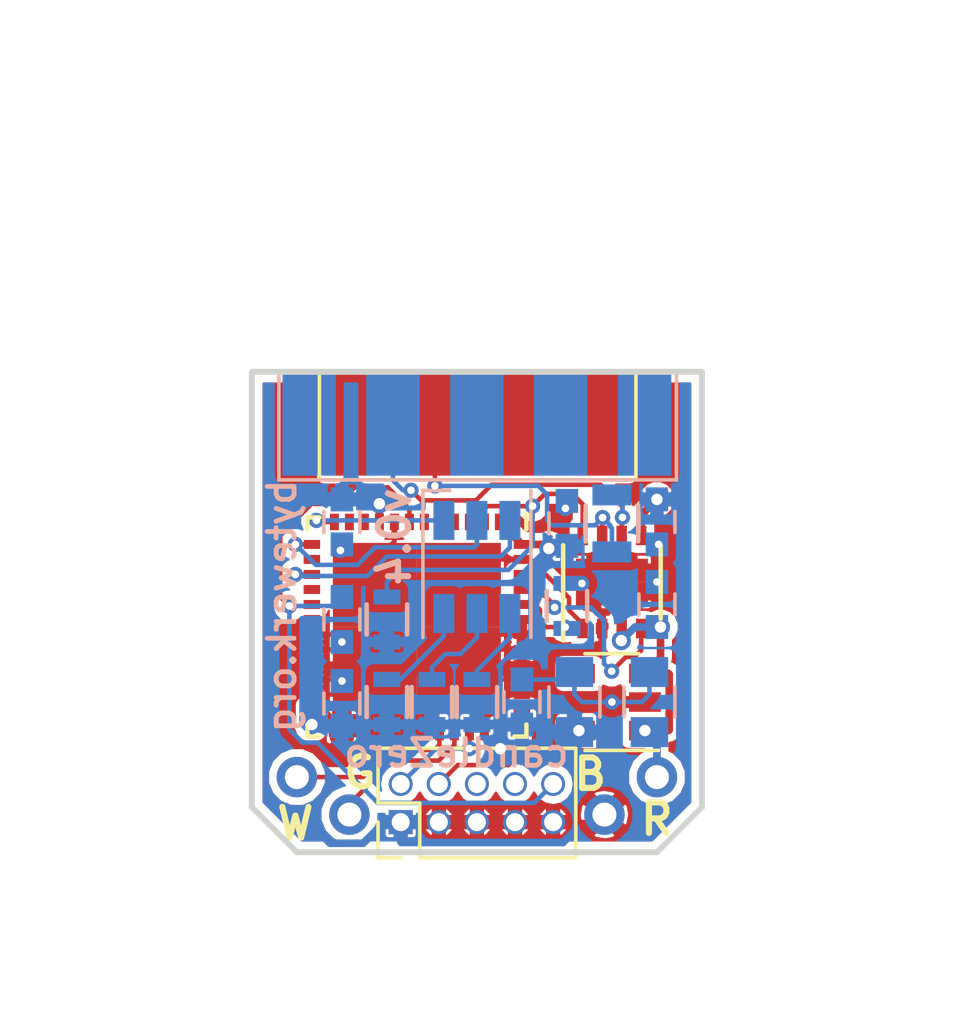
<source format=kicad_pcb>
(kicad_pcb (version 20170123) (host pcbnew no-vcs-found-4f2ed1b~58~ubuntu16.04.1)

  (general
    (links 89)
    (no_connects 0)
    (area 141.452599 73.962599 177.614667 110.245001)
    (thickness 1.6)
    (drawings 16)
    (tracks 283)
    (zones 0)
    (modules 25)
    (nets 39)
  )

  (page A4)
  (layers
    (0 Top signal)
    (31 Bottom signal)
    (32 B.Adhes user hide)
    (33 F.Adhes user hide)
    (34 B.Paste user hide)
    (35 F.Paste user hide)
    (36 B.SilkS user)
    (37 F.SilkS user)
    (38 B.Mask user)
    (39 F.Mask user)
    (40 Dwgs.User user hide)
    (41 Cmts.User user)
    (42 Eco1.User user)
    (43 Eco2.User user)
    (44 Edge.Cuts user)
    (45 Margin user)
    (46 B.CrtYd user hide)
    (47 F.CrtYd user hide)
    (48 B.Fab user hide)
    (49 F.Fab user hide)
  )

  (setup
    (last_trace_width 0.1524)
    (trace_clearance 0.1524)
    (zone_clearance 0.254)
    (zone_45_only no)
    (trace_min 0.1524)
    (segment_width 0.2)
    (edge_width 0.15)
    (via_size 0.508)
    (via_drill 0.254)
    (via_min_size 0.508)
    (via_min_drill 0.254)
    (uvia_size 0.762)
    (uvia_drill 0.508)
    (uvias_allowed no)
    (uvia_min_size 0.2)
    (uvia_min_drill 0.1)
    (pcb_text_width 0.3)
    (pcb_text_size 1.5 1.5)
    (mod_edge_width 0.15)
    (mod_text_size 1 1)
    (mod_text_width 0.15)
    (pad_size 1.524 1.524)
    (pad_drill 0.762)
    (pad_to_mask_clearance 0.0254)
    (aux_axis_origin 0 0)
    (grid_origin 165 86.5)
    (visible_elements FFFFFF7F)
    (pcbplotparams
      (layerselection 0x00030_ffffffff)
      (usegerberextensions false)
      (excludeedgelayer true)
      (linewidth 0.100000)
      (plotframeref false)
      (viasonmask false)
      (mode 1)
      (useauxorigin false)
      (hpglpennumber 1)
      (hpglpenspeed 20)
      (hpglpendiameter 15)
      (psnegative false)
      (psa4output false)
      (plotreference true)
      (plotvalue true)
      (plotinvisibletext false)
      (padsonsilk false)
      (subtractmaskfromsilk false)
      (outputformat 1)
      (mirror false)
      (drillshape 1)
      (scaleselection 1)
      (outputdirectory ""))
  )

  (net 0 "")
  (net 1 GND)
  (net 2 +3V3)
  (net 3 NRST)
  (net 4 +5V)
  (net 5 USB_DP)
  (net 6 USB_DM)
  (net 7 SWDIO)
  (net 8 SWCLK)
  (net 9 "Net-(J5-Pad6)")
  (net 10 "Net-(J5-Pad8)")
  (net 11 "Net-(J6-Pad3)")
  (net 12 "Net-(J6-Pad4)")
  (net 13 "Net-(J6-Pad5)")
  (net 14 "Net-(J6-Pad1)")
  (net 15 "Net-(J6-Pad9)")
  (net 16 "Net-(J6-Pad8)")
  (net 17 "Net-(J6-Pad6)")
  (net 18 CAN_S)
  (net 19 CAN_RX)
  (net 20 CAN_TX)
  (net 21 "Net-(U1-Pad3)")
  (net 22 "Net-(U1-Pad4)")
  (net 23 "Net-(U1-Pad5)")
  (net 24 "Net-(U1-Pad6)")
  (net 25 "Net-(U1-Pad14)")
  (net 26 "Net-(U1-Pad16)")
  (net 27 "Net-(U1-Pad17)")
  (net 28 /CAN_L)
  (net 29 /CAN_H)
  (net 30 LED_R)
  (net 31 LED_G)
  (net 32 LED_B)
  (net 33 "Net-(D1-Pad4)")
  (net 34 "Net-(D1-Pad5)")
  (net 35 "Net-(D1-Pad6)")
  (net 36 /BOOT)
  (net 37 "Net-(U1-Pad10)")
  (net 38 "Net-(U1-Pad11)")

  (net_class Default "This is the default net class."
    (clearance 0.1524)
    (trace_width 0.1524)
    (via_dia 0.508)
    (via_drill 0.254)
    (uvia_dia 0.762)
    (uvia_drill 0.508)
    (add_net /BOOT)
    (add_net CAN_RX)
    (add_net CAN_S)
    (add_net CAN_TX)
    (add_net GND)
    (add_net LED_B)
    (add_net LED_G)
    (add_net LED_R)
    (add_net NRST)
    (add_net "Net-(D1-Pad4)")
    (add_net "Net-(D1-Pad5)")
    (add_net "Net-(D1-Pad6)")
    (add_net "Net-(J5-Pad6)")
    (add_net "Net-(J5-Pad8)")
    (add_net "Net-(J6-Pad1)")
    (add_net "Net-(J6-Pad3)")
    (add_net "Net-(J6-Pad4)")
    (add_net "Net-(J6-Pad5)")
    (add_net "Net-(J6-Pad6)")
    (add_net "Net-(J6-Pad8)")
    (add_net "Net-(J6-Pad9)")
    (add_net "Net-(U1-Pad10)")
    (add_net "Net-(U1-Pad11)")
    (add_net "Net-(U1-Pad14)")
    (add_net "Net-(U1-Pad16)")
    (add_net "Net-(U1-Pad17)")
    (add_net "Net-(U1-Pad3)")
    (add_net "Net-(U1-Pad4)")
    (add_net "Net-(U1-Pad5)")
    (add_net "Net-(U1-Pad6)")
    (add_net SWCLK)
    (add_net SWDIO)
    (add_net USB_DM)
    (add_net USB_DP)
  )

  (net_class 3V3 ""
    (clearance 0.1524)
    (trace_width 0.254)
    (via_dia 0.635)
    (via_drill 0.381)
    (uvia_dia 0.762)
    (uvia_drill 0.508)
    (add_net +3V3)
  )

  (net_class 5V ""
    (clearance 0.1524)
    (trace_width 0.254)
    (via_dia 0.635)
    (via_drill 0.381)
    (uvia_dia 0.762)
    (uvia_drill 0.508)
    (add_net +5V)
  )

  (net_class CAN ""
    (clearance 0.1524)
    (trace_width 0.1524)
    (via_dia 0.508)
    (via_drill 0.254)
    (uvia_dia 0.762)
    (uvia_drill 0.508)
    (add_net /CAN_H)
    (add_net /CAN_L)
  )

  (module jtag:Pin_Header_Straight_2x05_Pitch1.27mm locked (layer Top) (tedit 591772BD) (tstamp 5922826E)
    (at 154.96 101.5 90)
    (descr "Through hole straight pin header, 2x05, 1.27mm pitch, double rows")
    (tags "Through hole pin header THT 2x05 1.27mm double row")
    (path /58F7AAAB)
    (fp_text reference J5 (at 0 0 90) (layer F.SilkS) hide
      (effects (font (size 1 1) (thickness 0.15)))
    )
    (fp_text value CONN_02X05 (at 0.635 6.835 90) (layer F.Fab)
      (effects (font (size 1 1) (thickness 0.15)))
    )
    (fp_line (start 2.6 -0.9) (end -1.4 -0.9) (layer F.CrtYd) (width 0.05))
    (fp_line (start 2.6 6) (end 2.6 -0.9) (layer F.CrtYd) (width 0.05))
    (fp_line (start -1.4 6) (end 2.6 6) (layer F.CrtYd) (width 0.05))
    (fp_line (start -1.4 -0.9) (end -1.4 6) (layer F.CrtYd) (width 0.05))
    (fp_line (start -1.19 -0.755) (end 0 -0.755) (layer F.SilkS) (width 0.12))
    (fp_line (start -1.19 0) (end -1.19 -0.755) (layer F.SilkS) (width 0.12))
    (fp_line (start 0.635 0.635) (end -1.19 0.635) (layer F.SilkS) (width 0.12))
    (fp_line (start 0.635 -0.755) (end 0.635 0.635) (layer F.SilkS) (width 0.12))
    (fp_line (start 2.46 -0.755) (end 0.635 -0.755) (layer F.SilkS) (width 0.12))
    (fp_line (start 2.46 5.835) (end 2.46 -0.755) (layer F.SilkS) (width 0.12))
    (fp_line (start -1.19 5.835) (end 2.46 5.835) (layer F.SilkS) (width 0.12))
    (fp_line (start -1.19 0.635) (end -1.19 5.835) (layer F.SilkS) (width 0.12))
    (fp_line (start 2.34 -0.635) (end -1.07 -0.635) (layer F.Fab) (width 0.1))
    (fp_line (start 2.34 5.715) (end 2.34 -0.635) (layer F.Fab) (width 0.1))
    (fp_line (start -1.07 5.715) (end 2.34 5.715) (layer F.Fab) (width 0.1))
    (fp_line (start -1.07 -0.635) (end -1.07 5.715) (layer F.Fab) (width 0.1))
    (pad 10 thru_hole oval (at 1.27 5.08 90) (size 0.8 0.8) (drill 0.6) (layers *.Cu *.Mask)
      (net 3 NRST))
    (pad 9 thru_hole oval (at 0 5.08 90) (size 0.8 0.8) (drill 0.6) (layers *.Cu *.Mask)
      (net 1 GND))
    (pad 8 thru_hole oval (at 1.27 3.81 90) (size 0.8 0.8) (drill 0.6) (layers *.Cu *.Mask)
      (net 10 "Net-(J5-Pad8)"))
    (pad 7 thru_hole oval (at 0 3.81 90) (size 0.8 0.8) (drill 0.6) (layers *.Cu *.Mask)
      (net 1 GND))
    (pad 6 thru_hole oval (at 1.27 2.54 90) (size 0.8 0.8) (drill 0.6) (layers *.Cu *.Mask)
      (net 9 "Net-(J5-Pad6)"))
    (pad 5 thru_hole oval (at 0 2.54 90) (size 0.8 0.8) (drill 0.6) (layers *.Cu *.Mask)
      (net 1 GND))
    (pad 4 thru_hole oval (at 1.27 1.27 90) (size 0.8 0.8) (drill 0.6) (layers *.Cu *.Mask)
      (net 8 SWCLK))
    (pad 3 thru_hole oval (at 0 1.27 90) (size 0.8 0.8) (drill 0.6) (layers *.Cu *.Mask)
      (net 1 GND))
    (pad 2 thru_hole oval (at 1.27 0 90) (size 0.8 0.8) (drill 0.6) (layers *.Cu *.Mask)
      (net 7 SWDIO))
    (pad 1 thru_hole rect (at 0 0 90) (size 0.8 0.8) (drill 0.6) (layers *.Cu *.Mask)
      (net 2 +3V3))
    (model Pin_Headers.3dshapes/Pin_Header_Straight_2x05_Pitch1.27mm.wrl
      (at (xyz 0 0 0))
      (scale (xyz 1 1 1))
      (rotate (xyz 0 0 0))
    )
  )

  (module LEDs:LED_RGB_PLCC-6 (layer Bottom) (tedit 5917656D) (tstamp 592188C6)
    (at 157.5 93 270)
    (descr "RGB LED PLCC-6")
    (tags "RGB LED PLCC-6")
    (path /591758BD)
    (attr smd)
    (fp_text reference D1 (at 0 0 270) (layer B.SilkS) hide
      (effects (font (size 1 1) (thickness 0.15)) (justify mirror))
    )
    (fp_text value LED_RGB (at 0 -2.8 270) (layer B.Fab)
      (effects (font (size 1 1) (thickness 0.15)) (justify mirror))
    )
    (fp_line (start -1.7 1.1) (end -1.1 1.7) (layer B.Fab) (width 0.1))
    (fp_line (start -1.7 1.7) (end -1.7 -1.7) (layer B.Fab) (width 0.1))
    (fp_line (start -1.7 -1.7) (end 1.7 -1.7) (layer B.Fab) (width 0.1))
    (fp_line (start 1.7 -1.7) (end 1.7 1.7) (layer B.Fab) (width 0.1))
    (fp_line (start 1.7 1.7) (end -1.7 1.7) (layer B.Fab) (width 0.1))
    (fp_line (start -2.55 1.8) (end -2.55 0.9) (layer B.SilkS) (width 0.12))
    (fp_line (start 2.65 2) (end 2.65 -2) (layer B.CrtYd) (width 0.05))
    (fp_line (start -2.75 2) (end -2.75 -2) (layer B.CrtYd) (width 0.05))
    (fp_line (start -2.75 -2) (end 2.65 -2) (layer B.CrtYd) (width 0.05))
    (fp_line (start -2.75 2) (end 2.65 2) (layer B.CrtYd) (width 0.05))
    (fp_line (start -2.55 -1.8) (end 2.35 -1.8) (layer B.SilkS) (width 0.12))
    (fp_line (start 2.35 1.8) (end -2.55 1.8) (layer B.SilkS) (width 0.12))
    (pad 1 smd rect (at -1.55 1.1 180) (size 0.7 1.3) (layers Bottom B.Paste B.Mask)
      (net 30 LED_R))
    (pad 2 smd rect (at -1.55 0 180) (size 0.7 1.3) (layers Bottom B.Paste B.Mask)
      (net 31 LED_G))
    (pad 3 smd rect (at -1.55 -1.1 180) (size 0.7 1.3) (layers Bottom B.Paste B.Mask)
      (net 32 LED_B))
    (pad 4 smd rect (at 1.55 -1.1 180) (size 0.7 1.3) (layers Bottom B.Paste B.Mask)
      (net 33 "Net-(D1-Pad4)"))
    (pad 5 smd rect (at 1.55 0 180) (size 0.7 1.3) (layers Bottom B.Paste B.Mask)
      (net 34 "Net-(D1-Pad5)"))
    (pad 6 smd rect (at 1.55 1.1 180) (size 0.7 1.3) (layers Bottom B.Paste B.Mask)
      (net 35 "Net-(D1-Pad6)"))
  )

  (module pins:Pin_Header_Straight_1x01_Pitch2.00mm (layer Top) (tedit 59034E6A) (tstamp 592EB54B)
    (at 163.5 100 270)
    (descr "Through hole straight pin header, 1x01, 2.00mm pitch, single row")
    (tags "Through hole pin header THT 1x01 2.00mm single row")
    (path /59035A88)
    (fp_text reference J1 (at 0 0 270) (layer F.SilkS) hide
      (effects (font (size 1 1) (thickness 0.15)))
    )
    (fp_text value TEST_1P (at 0 2.12 270) (layer F.Fab)
      (effects (font (size 1 1) (thickness 0.15)))
    )
    (fp_line (start 1.3 -1.3) (end -1.3 -1.3) (layer F.CrtYd) (width 0.05))
    (fp_line (start 1.3 1.3) (end 1.3 -1.3) (layer F.CrtYd) (width 0.05))
    (fp_line (start -1.3 1.3) (end 1.3 1.3) (layer F.CrtYd) (width 0.05))
    (fp_line (start -1.3 -1.3) (end -1.3 1.3) (layer F.CrtYd) (width 0.05))
    (fp_line (start 1 -1) (end -1 -1) (layer F.Fab) (width 0.1))
    (fp_line (start 1 1) (end 1 -1) (layer F.Fab) (width 0.1))
    (fp_line (start -1 1) (end 1 1) (layer F.Fab) (width 0.1))
    (fp_line (start -1 -1) (end -1 1) (layer F.Fab) (width 0.1))
    (pad 1 thru_hole circle (at 0 0 270) (size 1.35 1.35) (drill 0.8) (layers *.Cu *.Mask)
      (net 4 +5V))
    (model Pin_Headers.3dshapes/Pin_Header_Straight_1x01_Pitch2.00mm.wrl
      (at (xyz 0 0 0))
      (scale (xyz 1 1 1))
      (rotate (xyz 0 0 0))
    )
  )

  (module pins:Pin_Header_Straight_1x01_Pitch2.00mm (layer Top) (tedit 59034E79) (tstamp 592EB532)
    (at 161.75 101.25)
    (descr "Through hole straight pin header, 1x01, 2.00mm pitch, single row")
    (tags "Through hole pin header THT 1x01 2.00mm single row")
    (path /59035B55)
    (fp_text reference J2 (at 0 0) (layer F.SilkS) hide
      (effects (font (size 1 1) (thickness 0.15)))
    )
    (fp_text value TEST_1P (at 0 2.12) (layer F.Fab)
      (effects (font (size 1 1) (thickness 0.15)))
    )
    (fp_line (start -1 -1) (end -1 1) (layer F.Fab) (width 0.1))
    (fp_line (start -1 1) (end 1 1) (layer F.Fab) (width 0.1))
    (fp_line (start 1 1) (end 1 -1) (layer F.Fab) (width 0.1))
    (fp_line (start 1 -1) (end -1 -1) (layer F.Fab) (width 0.1))
    (fp_line (start -1.3 -1.3) (end -1.3 1.3) (layer F.CrtYd) (width 0.05))
    (fp_line (start -1.3 1.3) (end 1.3 1.3) (layer F.CrtYd) (width 0.05))
    (fp_line (start 1.3 1.3) (end 1.3 -1.3) (layer F.CrtYd) (width 0.05))
    (fp_line (start 1.3 -1.3) (end -1.3 -1.3) (layer F.CrtYd) (width 0.05))
    (pad 1 thru_hole circle (at 0 0) (size 1.35 1.35) (drill 0.8) (layers *.Cu *.Mask)
      (net 1 GND))
    (model Pin_Headers.3dshapes/Pin_Header_Straight_1x01_Pitch2.00mm.wrl
      (at (xyz 0 0 0))
      (scale (xyz 1 1 1))
      (rotate (xyz 0 0 0))
    )
  )

  (module pins:Pin_Header_Straight_1x01_Pitch2.00mm (layer Top) (tedit 59034C1D) (tstamp 592EAA6E)
    (at 151.5 100)
    (descr "Through hole straight pin header, 1x01, 2.00mm pitch, single row")
    (tags "Through hole pin header THT 1x01 2.00mm single row")
    (path /59034CC3)
    (fp_text reference J3 (at 0 0) (layer F.SilkS) hide
      (effects (font (size 1 1) (thickness 0.15)))
    )
    (fp_text value TEST_1P (at 0 2.12) (layer F.Fab)
      (effects (font (size 1 1) (thickness 0.15)))
    )
    (fp_line (start 1.3 -1.3) (end -1.3 -1.3) (layer F.CrtYd) (width 0.05))
    (fp_line (start 1.3 1.3) (end 1.3 -1.3) (layer F.CrtYd) (width 0.05))
    (fp_line (start -1.3 1.3) (end 1.3 1.3) (layer F.CrtYd) (width 0.05))
    (fp_line (start -1.3 -1.3) (end -1.3 1.3) (layer F.CrtYd) (width 0.05))
    (fp_line (start 1 -1) (end -1 -1) (layer F.Fab) (width 0.1))
    (fp_line (start 1 1) (end 1 -1) (layer F.Fab) (width 0.1))
    (fp_line (start -1 1) (end 1 1) (layer F.Fab) (width 0.1))
    (fp_line (start -1 -1) (end -1 1) (layer F.Fab) (width 0.1))
    (pad 1 thru_hole circle (at 0 0) (size 1.35 1.35) (drill 0.8) (layers *.Cu *.Mask)
      (net 6 USB_DM))
    (model Pin_Headers.3dshapes/Pin_Header_Straight_1x01_Pitch2.00mm.wrl
      (at (xyz 0 0 0))
      (scale (xyz 1 1 1))
      (rotate (xyz 0 0 0))
    )
  )

  (module pins:Pin_Header_Straight_1x01_Pitch2.00mm (layer Top) (tedit 59034C13) (tstamp 592EAA4A)
    (at 153.25 101.25)
    (descr "Through hole straight pin header, 1x01, 2.00mm pitch, single row")
    (tags "Through hole pin header THT 1x01 2.00mm single row")
    (path /59034E9D)
    (fp_text reference J4 (at 0 0) (layer F.SilkS) hide
      (effects (font (size 1 1) (thickness 0.15)))
    )
    (fp_text value TEST_1P (at 0 2.12) (layer F.Fab)
      (effects (font (size 1 1) (thickness 0.15)))
    )
    (fp_line (start -1 -1) (end -1 1) (layer F.Fab) (width 0.1))
    (fp_line (start -1 1) (end 1 1) (layer F.Fab) (width 0.1))
    (fp_line (start 1 1) (end 1 -1) (layer F.Fab) (width 0.1))
    (fp_line (start 1 -1) (end -1 -1) (layer F.Fab) (width 0.1))
    (fp_line (start -1.3 -1.3) (end -1.3 1.3) (layer F.CrtYd) (width 0.05))
    (fp_line (start -1.3 1.3) (end 1.3 1.3) (layer F.CrtYd) (width 0.05))
    (fp_line (start 1.3 1.3) (end 1.3 -1.3) (layer F.CrtYd) (width 0.05))
    (fp_line (start 1.3 -1.3) (end -1.3 -1.3) (layer F.CrtYd) (width 0.05))
    (pad 1 thru_hole circle (at 0 0) (size 1.35 1.35) (drill 0.8) (layers *.Cu *.Mask)
      (net 5 USB_DP))
    (model Pin_Headers.3dshapes/Pin_Header_Straight_1x01_Pitch2.00mm.wrl
      (at (xyz 0 0 0))
      (scale (xyz 1 1 1))
      (rotate (xyz 0 0 0))
    )
  )

  (module subd9-small:DB9M_CI_SMALL (layer Bottom) (tedit 59033164) (tstamp 590D33B4)
    (at 157.5 89 180)
    (descr "Connecteur DB9 male encarte")
    (tags "CONN DB9")
    (path /58F78653)
    (attr smd)
    (fp_text reference J6 (at 0 0.29 180) (layer B.SilkS) hide
      (effects (font (size 1 1) (thickness 0.15)) (justify mirror))
    )
    (fp_text value DB9_MALE (at 0 5.71 180) (layer B.Fab)
      (effects (font (size 1 1) (thickness 0.15)) (justify mirror))
    )
    (fp_line (start 5.25 2.47) (end 5.25 -1.1) (layer F.SilkS) (width 0.12))
    (fp_line (start 5.25 -1.1) (end -5.3 -1.1) (layer F.SilkS) (width 0.12))
    (fp_line (start -5.3 -1.1) (end -5.3 2.42) (layer F.SilkS) (width 0.12))
    (fp_line (start 6.6 2.47) (end 6.6 -1.1) (layer B.SilkS) (width 0.12))
    (fp_line (start 6.6 -1.1) (end -6.65 -1.1) (layer B.SilkS) (width 0.12))
    (fp_line (start -6.65 -1.1) (end -6.65 2.42) (layer B.SilkS) (width 0.12))
    (fp_line (start -8.51 14.61) (end 8.64 14.61) (layer B.Fab) (width 0.1))
    (fp_line (start 9.27 3.81) (end -9.14 3.81) (layer B.Fab) (width 0.1))
    (fp_line (start 9.91 3.81) (end 9.27 3.81) (layer B.Fab) (width 0.1))
    (fp_line (start 9.91 6.98) (end -9.78 6.98) (layer B.Fab) (width 0.1))
    (fp_line (start 15.62 6.98) (end 9.91 6.98) (layer B.Fab) (width 0.1))
    (fp_line (start -15.49 8.25) (end 15.62 8.25) (layer B.Fab) (width 0.1))
    (fp_line (start 8.64 8.25) (end 8.64 14.61) (layer B.Fab) (width 0.1))
    (fp_line (start 15.62 6.98) (end 15.62 8.25) (layer B.Fab) (width 0.1))
    (fp_line (start 9.91 3.81) (end 9.91 6.98) (layer B.Fab) (width 0.1))
    (fp_line (start 7.37 2.54) (end 9.27 2.54) (layer B.Fab) (width 0.1))
    (fp_line (start 9.27 2.54) (end 9.27 3.81) (layer B.Fab) (width 0.1))
    (fp_line (start -8.51 8.25) (end -8.51 14.61) (layer B.Fab) (width 0.1))
    (fp_line (start -9.78 6.98) (end -15.49 6.98) (layer B.Fab) (width 0.1))
    (fp_line (start -15.49 6.98) (end -15.49 8.25) (layer B.Fab) (width 0.1))
    (fp_line (start -9.14 3.81) (end -9.78 3.81) (layer B.Fab) (width 0.1))
    (fp_line (start -9.78 3.81) (end -9.78 6.98) (layer B.Fab) (width 0.1))
    (fp_line (start 7.4 2.54) (end -9.14 2.54) (layer B.Fab) (width 0.1))
    (fp_line (start -9.14 2.54) (end -9.14 3.81) (layer B.Fab) (width 0.1))
    (fp_line (start -15.74 14.86) (end 15.87 14.86) (layer B.CrtYd) (width 0.05))
    (fp_line (start -15.74 14.86) (end -15.74 -1.21) (layer B.CrtYd) (width 0.05))
    (fp_line (start 15.87 -1.21) (end 15.87 14.86) (layer B.CrtYd) (width 0.05))
    (fp_line (start 15.87 -1.21) (end -15.74 -1.21) (layer B.CrtYd) (width 0.05))
    (pad 2 connect rect (at 2.8 0.79 180) (size 1.78 3.5) (layers Bottom B.Mask)
      (net 28 /CAN_L))
    (pad 3 connect rect (at 0 0.79 180) (size 1.78 3.5) (layers Bottom B.Mask)
      (net 11 "Net-(J6-Pad3)"))
    (pad 4 connect rect (at -2.79 0.79 180) (size 1.78 3.5) (layers Bottom B.Mask)
      (net 12 "Net-(J6-Pad4)"))
    (pad 5 connect rect (at -5.59 0.79 180) (size 1.78 3.5) (layers Bottom B.Mask)
      (net 13 "Net-(J6-Pad5)"))
    (pad 1 connect rect (at 5.59 0.79 180) (size 1.78 3.5) (layers Bottom B.Mask)
      (net 14 "Net-(J6-Pad1)"))
    (pad 9 connect rect (at -4.19 0.79 180) (size 1.78 3.5) (layers Top F.Mask)
      (net 15 "Net-(J6-Pad9)"))
    (pad 8 connect rect (at -1.4 0.79 180) (size 1.78 3.5) (layers Top F.Mask)
      (net 16 "Net-(J6-Pad8)"))
    (pad 7 connect rect (at 1.4 0.79 180) (size 1.78 3.5) (layers Top F.Mask)
      (net 29 /CAN_H))
    (pad 6 connect rect (at 4.19 0.79 180) (size 1.78 3.5) (layers Top F.Mask)
      (net 17 "Net-(J6-Pad6)"))
    (model Connectors.3dshapes/DB9M_CI.wrl
      (at (xyz 0 0.12 -0.03))
      (scale (xyz 1 1 1))
      (rotate (xyz 90 180 0))
    )
  )

  (module Capacitors_SMD:C_0805 (layer Bottom) (tedit 58F7F0E7) (tstamp 595325C3)
    (at 163.25 97.5 90)
    (descr "Capacitor SMD 0805, reflow soldering, AVX (see smccp.pdf)")
    (tags "capacitor 0805")
    (path /58F78FD8)
    (attr smd)
    (fp_text reference C4 (at 0 0 90) (layer B.SilkS) hide
      (effects (font (size 1 1) (thickness 0.15)) (justify mirror))
    )
    (fp_text value 10uF/10V (at 0 -2.1 90) (layer B.Fab)
      (effects (font (size 1 1) (thickness 0.15)) (justify mirror))
    )
    (fp_line (start -0.5 -0.85) (end 0.5 -0.85) (layer B.SilkS) (width 0.12))
    (fp_line (start 0.5 0.85) (end -0.5 0.85) (layer B.SilkS) (width 0.12))
    (fp_line (start 1.8 1) (end 1.8 -1) (layer B.CrtYd) (width 0.05))
    (fp_line (start -1.8 1) (end -1.8 -1) (layer B.CrtYd) (width 0.05))
    (fp_line (start -1.8 -1) (end 1.8 -1) (layer B.CrtYd) (width 0.05))
    (fp_line (start -1.8 1) (end 1.8 1) (layer B.CrtYd) (width 0.05))
    (fp_line (start -1 0.625) (end 1 0.625) (layer B.Fab) (width 0.1))
    (fp_line (start 1 0.625) (end 1 -0.625) (layer B.Fab) (width 0.1))
    (fp_line (start 1 -0.625) (end -1 -0.625) (layer B.Fab) (width 0.1))
    (fp_line (start -1 -0.625) (end -1 0.625) (layer B.Fab) (width 0.1))
    (pad 2 smd rect (at 1 0 90) (size 1 1.25) (layers Bottom B.Paste B.Mask)
      (net 1 GND))
    (pad 1 smd rect (at -1 0 90) (size 1 1.25) (layers Bottom B.Paste B.Mask)
      (net 4 +5V))
    (model Capacitors_SMD.3dshapes/C_0805.wrl
      (at (xyz 0 0 0))
      (scale (xyz 1 1 1))
      (rotate (xyz 0 0 0))
    )
  )

  (module Capacitors_SMD:C_0805 (layer Bottom) (tedit 58F7F0DE) (tstamp 59532596)
    (at 160.75 97.5 90)
    (descr "Capacitor SMD 0805, reflow soldering, AVX (see smccp.pdf)")
    (tags "capacitor 0805")
    (path /58F7944E)
    (attr smd)
    (fp_text reference C7 (at 0 0 90) (layer B.SilkS) hide
      (effects (font (size 1 1) (thickness 0.15)) (justify mirror))
    )
    (fp_text value 10uF (at 0 -2.1 90) (layer B.Fab)
      (effects (font (size 1 1) (thickness 0.15)) (justify mirror))
    )
    (fp_line (start -1 -0.625) (end -1 0.625) (layer B.Fab) (width 0.1))
    (fp_line (start 1 -0.625) (end -1 -0.625) (layer B.Fab) (width 0.1))
    (fp_line (start 1 0.625) (end 1 -0.625) (layer B.Fab) (width 0.1))
    (fp_line (start -1 0.625) (end 1 0.625) (layer B.Fab) (width 0.1))
    (fp_line (start -1.8 1) (end 1.8 1) (layer B.CrtYd) (width 0.05))
    (fp_line (start -1.8 -1) (end 1.8 -1) (layer B.CrtYd) (width 0.05))
    (fp_line (start -1.8 1) (end -1.8 -1) (layer B.CrtYd) (width 0.05))
    (fp_line (start 1.8 1) (end 1.8 -1) (layer B.CrtYd) (width 0.05))
    (fp_line (start 0.5 0.85) (end -0.5 0.85) (layer B.SilkS) (width 0.12))
    (fp_line (start -0.5 -0.85) (end 0.5 -0.85) (layer B.SilkS) (width 0.12))
    (pad 1 smd rect (at -1 0 90) (size 1 1.25) (layers Bottom B.Paste B.Mask)
      (net 2 +3V3))
    (pad 2 smd rect (at 1 0 90) (size 1 1.25) (layers Bottom B.Paste B.Mask)
      (net 1 GND))
    (model Capacitors_SMD.3dshapes/C_0805.wrl
      (at (xyz 0 0 0))
      (scale (xyz 1 1 1))
      (rotate (xyz 0 0 0))
    )
  )

  (module Resistors_SMD:R_0805 (layer Bottom) (tedit 58F7F044) (tstamp 5953234F)
    (at 162 91.55 90)
    (descr "Resistor SMD 0805, reflow soldering, Vishay (see dcrcw.pdf)")
    (tags "resistor 0805")
    (path /58F787CB)
    (attr smd)
    (fp_text reference R4 (at 0 0 90) (layer B.SilkS) hide
      (effects (font (size 1 1) (thickness 0.15)) (justify mirror))
    )
    (fp_text value dnp (at 0 -2.1 90) (layer B.Fab)
      (effects (font (size 1 1) (thickness 0.15)) (justify mirror))
    )
    (fp_line (start -1 -0.625) (end -1 0.625) (layer B.Fab) (width 0.1))
    (fp_line (start 1 -0.625) (end -1 -0.625) (layer B.Fab) (width 0.1))
    (fp_line (start 1 0.625) (end 1 -0.625) (layer B.Fab) (width 0.1))
    (fp_line (start -1 0.625) (end 1 0.625) (layer B.Fab) (width 0.1))
    (fp_line (start -1.6 1) (end 1.6 1) (layer B.CrtYd) (width 0.05))
    (fp_line (start -1.6 -1) (end 1.6 -1) (layer B.CrtYd) (width 0.05))
    (fp_line (start -1.6 1) (end -1.6 -1) (layer B.CrtYd) (width 0.05))
    (fp_line (start 1.6 1) (end 1.6 -1) (layer B.CrtYd) (width 0.05))
    (fp_line (start 0.6 -0.875) (end -0.6 -0.875) (layer B.SilkS) (width 0.15))
    (fp_line (start -0.6 0.875) (end 0.6 0.875) (layer B.SilkS) (width 0.15))
    (pad 1 smd rect (at -0.95 0 90) (size 0.7 1.3) (layers Bottom B.Paste B.Mask)
      (net 29 /CAN_H))
    (pad 2 smd rect (at 0.95 0 90) (size 0.7 1.3) (layers Bottom B.Paste B.Mask)
      (net 28 /CAN_L))
    (model Resistors_SMD.3dshapes/R_0805.wrl
      (at (xyz 0 0 0))
      (scale (xyz 1 1 1))
      (rotate (xyz 0 0 0))
    )
  )

  (module qfn48:QFN-48_EP_7x7_Pitch0.5mm locked (layer Top) (tedit 58F7F009) (tstamp 594E1E4F)
    (at 155.5 95 270)
    (path /58F8165C)
    (attr smd)
    (fp_text reference U1 (at 0 0 270) (layer F.SilkS) hide
      (effects (font (size 1 1) (thickness 0.15)))
    )
    (fp_text value STM32F072C8Ux (at 0 4.775 270) (layer F.Fab)
      (effects (font (size 1 1) (thickness 0.15)))
    )
    (fp_line (start -2.5 -3.5) (end -3.5 -2.5) (layer F.Fab) (width 0.15))
    (fp_line (start -3.5 -2.5) (end -3.5 3.5) (layer F.Fab) (width 0.15))
    (fp_line (start -3.5 3.5) (end 3.5 3.5) (layer F.Fab) (width 0.15))
    (fp_line (start 3.5 3.5) (end 3.5 -3.5) (layer F.Fab) (width 0.15))
    (fp_line (start 3.5 -3.5) (end -2.5 -3.5) (layer F.Fab) (width 0.15))
    (fp_line (start 3.25 -3.65) (end 3.65 -3.65) (layer F.SilkS) (width 0.15))
    (fp_line (start 3.65 -3.65) (end 3.65 -3.25) (layer F.SilkS) (width 0.15))
    (fp_line (start 3.25 3.65) (end 3.65 3.65) (layer F.SilkS) (width 0.15))
    (fp_line (start 3.65 3.65) (end 3.65 3.25) (layer F.SilkS) (width 0.15))
    (fp_line (start -3.25 3.65) (end -3.65 3.65) (layer F.SilkS) (width 0.15))
    (fp_line (start -3.65 3.65) (end -3.65 3.25) (layer F.SilkS) (width 0.15))
    (fp_line (start -3.25 -3.65) (end -3.775 -3.65) (layer F.SilkS) (width 0.15))
    (fp_line (start -4.05 -4.05) (end 4.05 -4.05) (layer F.CrtYd) (width 0.05))
    (fp_line (start 4.05 -4.05) (end 4.05 4.05) (layer F.CrtYd) (width 0.05))
    (fp_line (start 4.05 4.05) (end -4.05 4.05) (layer F.CrtYd) (width 0.05))
    (fp_line (start -4.05 4.05) (end -4.05 -4.05) (layer F.CrtYd) (width 0.05))
    (pad 1 smd rect (at -3.5 -2.75) (size 0.3 0.55) (layers Top F.Paste F.Mask)
      (net 2 +3V3))
    (pad 2 smd rect (at -3.5 -2.25) (size 0.3 0.55) (layers Top F.Paste F.Mask)
      (net 18 CAN_S))
    (pad 3 smd rect (at -3.5 -1.75) (size 0.3 0.55) (layers Top F.Paste F.Mask)
      (net 21 "Net-(U1-Pad3)"))
    (pad 4 smd rect (at -3.5 -1.25) (size 0.3 0.55) (layers Top F.Paste F.Mask)
      (net 22 "Net-(U1-Pad4)"))
    (pad 5 smd rect (at -3.5 -0.75) (size 0.3 0.55) (layers Top F.Paste F.Mask)
      (net 23 "Net-(U1-Pad5)"))
    (pad 6 smd rect (at -3.5 -0.25) (size 0.3 0.55) (layers Top F.Paste F.Mask)
      (net 24 "Net-(U1-Pad6)"))
    (pad 7 smd rect (at -3.5 0.25) (size 0.3 0.55) (layers Top F.Paste F.Mask)
      (net 3 NRST))
    (pad 8 smd rect (at -3.5 0.75) (size 0.3 0.55) (layers Top F.Paste F.Mask)
      (net 1 GND))
    (pad 9 smd rect (at -3.5 1.25) (size 0.3 0.55) (layers Top F.Paste F.Mask)
      (net 2 +3V3))
    (pad 10 smd rect (at -3.5 1.75) (size 0.3 0.55) (layers Top F.Paste F.Mask)
      (net 37 "Net-(U1-Pad10)"))
    (pad 11 smd rect (at -3.5 2.25) (size 0.3 0.55) (layers Top F.Paste F.Mask)
      (net 38 "Net-(U1-Pad11)"))
    (pad 12 smd rect (at -3.5 2.75) (size 0.3 0.55) (layers Top F.Paste F.Mask)
      (net 30 LED_R))
    (pad 13 smd rect (at -2.75 3.5 270) (size 0.3 0.55) (layers Top F.Paste F.Mask)
      (net 31 LED_G))
    (pad 14 smd rect (at -2.25 3.5 270) (size 0.3 0.55) (layers Top F.Paste F.Mask)
      (net 25 "Net-(U1-Pad14)"))
    (pad 15 smd rect (at -1.75 3.5 270) (size 0.3 0.55) (layers Top F.Paste F.Mask)
      (net 32 LED_B))
    (pad 16 smd rect (at -1.25 3.5 270) (size 0.3 0.55) (layers Top F.Paste F.Mask)
      (net 26 "Net-(U1-Pad16)"))
    (pad 17 smd rect (at -0.75 3.5 270) (size 0.3 0.55) (layers Top F.Paste F.Mask)
      (net 27 "Net-(U1-Pad17)"))
    (pad 18 smd rect (at -0.25 3.5 270) (size 0.3 0.55) (layers Top F.Paste F.Mask)
      (net 1 GND))
    (pad 19 smd rect (at 0.25 3.5 270) (size 0.3 0.55) (layers Top F.Paste F.Mask)
      (net 1 GND))
    (pad 20 smd rect (at 0.75 3.5 270) (size 0.3 0.55) (layers Top F.Paste F.Mask)
      (net 1 GND))
    (pad 21 smd rect (at 1.25 3.5 270) (size 0.3 0.55) (layers Top F.Paste F.Mask)
      (net 1 GND))
    (pad 22 smd rect (at 1.75 3.5 270) (size 0.3 0.55) (layers Top F.Paste F.Mask)
      (net 1 GND))
    (pad 23 smd rect (at 2.25 3.5 270) (size 0.3 0.55) (layers Top F.Paste F.Mask)
      (net 1 GND))
    (pad 24 smd rect (at 2.75 3.5 270) (size 0.3 0.55) (layers Top F.Paste F.Mask)
      (net 2 +3V3))
    (pad 25 smd rect (at 3.5 2.75) (size 0.3 0.55) (layers Top F.Paste F.Mask)
      (net 1 GND))
    (pad 26 smd rect (at 3.5 2.25) (size 0.3 0.55) (layers Top F.Paste F.Mask)
      (net 1 GND))
    (pad 27 smd rect (at 3.5 1.75) (size 0.3 0.55) (layers Top F.Paste F.Mask)
      (net 1 GND))
    (pad 28 smd rect (at 3.5 1.25) (size 0.3 0.55) (layers Top F.Paste F.Mask)
      (net 1 GND))
    (pad 29 smd rect (at 3.5 0.75) (size 0.3 0.55) (layers Top F.Paste F.Mask)
      (net 1 GND))
    (pad 30 smd rect (at 3.5 0.25) (size 0.3 0.55) (layers Top F.Paste F.Mask)
      (net 1 GND))
    (pad 31 smd rect (at 3.5 -0.25) (size 0.3 0.55) (layers Top F.Paste F.Mask)
      (net 1 GND))
    (pad 32 smd rect (at 3.5 -0.75) (size 0.3 0.55) (layers Top F.Paste F.Mask)
      (net 6 USB_DM))
    (pad 33 smd rect (at 3.5 -1.25) (size 0.3 0.55) (layers Top F.Paste F.Mask)
      (net 5 USB_DP))
    (pad 34 smd rect (at 3.5 -1.75) (size 0.3 0.55) (layers Top F.Paste F.Mask)
      (net 7 SWDIO))
    (pad 35 smd rect (at 3.5 -2.25) (size 0.3 0.55) (layers Top F.Paste F.Mask)
      (net 1 GND))
    (pad 36 smd rect (at 3.5 -2.75) (size 0.3 0.55) (layers Top F.Paste F.Mask)
      (net 2 +3V3))
    (pad 37 smd rect (at 2.75 -3.5 270) (size 0.3 0.55) (layers Top F.Paste F.Mask)
      (net 8 SWCLK))
    (pad 38 smd rect (at 2.25 -3.5 270) (size 0.3 0.55) (layers Top F.Paste F.Mask)
      (net 1 GND))
    (pad 39 smd rect (at 1.75 -3.5 270) (size 0.3 0.55) (layers Top F.Paste F.Mask)
      (net 1 GND))
    (pad 40 smd rect (at 1.25 -3.5 270) (size 0.3 0.55) (layers Top F.Paste F.Mask)
      (net 1 GND))
    (pad 41 smd rect (at 0.75 -3.5 270) (size 0.3 0.55) (layers Top F.Paste F.Mask)
      (net 1 GND))
    (pad 42 smd rect (at 0.25 -3.5 270) (size 0.3 0.55) (layers Top F.Paste F.Mask)
      (net 1 GND))
    (pad 43 smd rect (at -0.25 -3.5 270) (size 0.3 0.55) (layers Top F.Paste F.Mask)
      (net 1 GND))
    (pad 44 smd rect (at -0.75 -3.5 270) (size 0.3 0.55) (layers Top F.Paste F.Mask)
      (net 36 /BOOT))
    (pad 45 smd rect (at -1.25 -3.5 270) (size 0.3 0.55) (layers Top F.Paste F.Mask)
      (net 19 CAN_RX))
    (pad 46 smd rect (at -1.75 -3.5 270) (size 0.3 0.55) (layers Top F.Paste F.Mask)
      (net 20 CAN_TX))
    (pad 47 smd rect (at -2.25 -3.5 270) (size 0.3 0.55) (layers Top F.Paste F.Mask)
      (net 1 GND))
    (pad 48 smd rect (at -2.75 -3.5 270) (size 0.3 0.55) (layers Top F.Paste F.Mask)
      (net 2 +3V3))
    (pad 49 smd rect (at -1.4 -1.4 270) (size 2.8 2.8) (layers Top F.Paste F.Mask)
      (net 1 GND) (solder_paste_margin -0.1))
    (pad 49 smd rect (at -1.4 1.4 270) (size 2.8 2.8) (layers Top F.Paste F.Mask)
      (net 1 GND) (solder_paste_margin -0.1))
    (pad 49 smd rect (at 1.4 -1.4 270) (size 2.8 2.8) (layers Top F.Paste F.Mask)
      (net 1 GND) (solder_paste_margin -0.1))
    (pad 49 smd rect (at 1.4 1.4 270) (size 2.8 2.8) (layers Top F.Paste F.Mask)
      (net 1 GND) (solder_paste_margin -0.1))
  )

  (module Resistors_SMD:R_0603 (layer Bottom) (tedit 58F7F0F2) (tstamp 59483E2D)
    (at 154.5 97.5 90)
    (descr "Resistor SMD 0603, reflow soldering, Vishay (see dcrcw.pdf)")
    (tags "resistor 0603")
    (path /58F7ED82)
    (attr smd)
    (fp_text reference R5 (at 0 0 90) (layer B.SilkS) hide
      (effects (font (size 1 1) (thickness 0.15)) (justify mirror))
    )
    (fp_text value R (at 0 -1.9 90) (layer B.Fab)
      (effects (font (size 1 1) (thickness 0.15)) (justify mirror))
    )
    (fp_line (start -0.8 -0.4) (end -0.8 0.4) (layer B.Fab) (width 0.1))
    (fp_line (start 0.8 -0.4) (end -0.8 -0.4) (layer B.Fab) (width 0.1))
    (fp_line (start 0.8 0.4) (end 0.8 -0.4) (layer B.Fab) (width 0.1))
    (fp_line (start -0.8 0.4) (end 0.8 0.4) (layer B.Fab) (width 0.1))
    (fp_line (start -1.3 0.8) (end 1.3 0.8) (layer B.CrtYd) (width 0.05))
    (fp_line (start -1.3 -0.8) (end 1.3 -0.8) (layer B.CrtYd) (width 0.05))
    (fp_line (start -1.3 0.8) (end -1.3 -0.8) (layer B.CrtYd) (width 0.05))
    (fp_line (start 1.3 0.8) (end 1.3 -0.8) (layer B.CrtYd) (width 0.05))
    (fp_line (start 0.5 -0.675) (end -0.5 -0.675) (layer B.SilkS) (width 0.15))
    (fp_line (start -0.5 0.675) (end 0.5 0.675) (layer B.SilkS) (width 0.15))
    (pad 1 smd rect (at -0.75 0 90) (size 0.5 0.9) (layers Bottom B.Paste B.Mask)
      (net 2 +3V3))
    (pad 2 smd rect (at 0.75 0 90) (size 0.5 0.9) (layers Bottom B.Paste B.Mask)
      (net 35 "Net-(D1-Pad6)"))
    (model Resistors_SMD.3dshapes/R_0603.wrl
      (at (xyz 0 0 0))
      (scale (xyz 1 1 1))
      (rotate (xyz 0 0 0))
    )
  )

  (module Resistors_SMD:R_0603 (layer Bottom) (tedit 58F7F0EC) (tstamp 59483DFF)
    (at 156 97.5 90)
    (descr "Resistor SMD 0603, reflow soldering, Vishay (see dcrcw.pdf)")
    (tags "resistor 0603")
    (path /58F7EFA7)
    (attr smd)
    (fp_text reference R6 (at 0 0 90) (layer B.SilkS) hide
      (effects (font (size 1 1) (thickness 0.15)) (justify mirror))
    )
    (fp_text value R (at 0 -1.9 90) (layer B.Fab)
      (effects (font (size 1 1) (thickness 0.15)) (justify mirror))
    )
    (fp_line (start -0.5 0.675) (end 0.5 0.675) (layer B.SilkS) (width 0.15))
    (fp_line (start 0.5 -0.675) (end -0.5 -0.675) (layer B.SilkS) (width 0.15))
    (fp_line (start 1.3 0.8) (end 1.3 -0.8) (layer B.CrtYd) (width 0.05))
    (fp_line (start -1.3 0.8) (end -1.3 -0.8) (layer B.CrtYd) (width 0.05))
    (fp_line (start -1.3 -0.8) (end 1.3 -0.8) (layer B.CrtYd) (width 0.05))
    (fp_line (start -1.3 0.8) (end 1.3 0.8) (layer B.CrtYd) (width 0.05))
    (fp_line (start -0.8 0.4) (end 0.8 0.4) (layer B.Fab) (width 0.1))
    (fp_line (start 0.8 0.4) (end 0.8 -0.4) (layer B.Fab) (width 0.1))
    (fp_line (start 0.8 -0.4) (end -0.8 -0.4) (layer B.Fab) (width 0.1))
    (fp_line (start -0.8 -0.4) (end -0.8 0.4) (layer B.Fab) (width 0.1))
    (pad 2 smd rect (at 0.75 0 90) (size 0.5 0.9) (layers Bottom B.Paste B.Mask)
      (net 34 "Net-(D1-Pad5)"))
    (pad 1 smd rect (at -0.75 0 90) (size 0.5 0.9) (layers Bottom B.Paste B.Mask)
      (net 2 +3V3))
    (model Resistors_SMD.3dshapes/R_0603.wrl
      (at (xyz 0 0 0))
      (scale (xyz 1 1 1))
      (rotate (xyz 0 0 0))
    )
  )

  (module Resistors_SMD:R_0603 (layer Bottom) (tedit 58F7F0B0) (tstamp 59483DD1)
    (at 157.5 97.5 90)
    (descr "Resistor SMD 0603, reflow soldering, Vishay (see dcrcw.pdf)")
    (tags "resistor 0603")
    (path /58F7F05E)
    (attr smd)
    (fp_text reference R7 (at 0 0 90) (layer B.SilkS) hide
      (effects (font (size 1 1) (thickness 0.15)) (justify mirror))
    )
    (fp_text value R (at 0 -1.9 90) (layer B.Fab)
      (effects (font (size 1 1) (thickness 0.15)) (justify mirror))
    )
    (fp_line (start -0.8 -0.4) (end -0.8 0.4) (layer B.Fab) (width 0.1))
    (fp_line (start 0.8 -0.4) (end -0.8 -0.4) (layer B.Fab) (width 0.1))
    (fp_line (start 0.8 0.4) (end 0.8 -0.4) (layer B.Fab) (width 0.1))
    (fp_line (start -0.8 0.4) (end 0.8 0.4) (layer B.Fab) (width 0.1))
    (fp_line (start -1.3 0.8) (end 1.3 0.8) (layer B.CrtYd) (width 0.05))
    (fp_line (start -1.3 -0.8) (end 1.3 -0.8) (layer B.CrtYd) (width 0.05))
    (fp_line (start -1.3 0.8) (end -1.3 -0.8) (layer B.CrtYd) (width 0.05))
    (fp_line (start 1.3 0.8) (end 1.3 -0.8) (layer B.CrtYd) (width 0.05))
    (fp_line (start 0.5 -0.675) (end -0.5 -0.675) (layer B.SilkS) (width 0.15))
    (fp_line (start -0.5 0.675) (end 0.5 0.675) (layer B.SilkS) (width 0.15))
    (pad 1 smd rect (at -0.75 0 90) (size 0.5 0.9) (layers Bottom B.Paste B.Mask)
      (net 2 +3V3))
    (pad 2 smd rect (at 0.75 0 90) (size 0.5 0.9) (layers Bottom B.Paste B.Mask)
      (net 33 "Net-(D1-Pad4)"))
    (model Resistors_SMD.3dshapes/R_0603.wrl
      (at (xyz 0 0 0))
      (scale (xyz 1 1 1))
      (rotate (xyz 0 0 0))
    )
  )

  (module TO_SOT_Packages_SMD:SOT-23-5 locked (layer Top) (tedit 58F7F02E) (tstamp 59433E1E)
    (at 162 97.5 180)
    (descr "5-pin SOT23 package")
    (tags SOT-23-5)
    (path /58F7E1F9)
    (attr smd)
    (fp_text reference U2 (at 0 0 180) (layer F.SilkS) hide
      (effects (font (size 1 1) (thickness 0.15)))
    )
    (fp_text value TLV70233DBV (at 0 2.9 180) (layer F.Fab)
      (effects (font (size 1 1) (thickness 0.15)))
    )
    (fp_line (start -0.9 1.61) (end 0.9 1.61) (layer F.SilkS) (width 0.12))
    (fp_line (start 0.9 -1.61) (end -1.55 -1.61) (layer F.SilkS) (width 0.12))
    (fp_line (start -1.9 -1.8) (end 1.9 -1.8) (layer F.CrtYd) (width 0.05))
    (fp_line (start 1.9 -1.8) (end 1.9 1.8) (layer F.CrtYd) (width 0.05))
    (fp_line (start 1.9 1.8) (end -1.9 1.8) (layer F.CrtYd) (width 0.05))
    (fp_line (start -1.9 1.8) (end -1.9 -1.8) (layer F.CrtYd) (width 0.05))
    (fp_line (start -0.4 -1.55) (end -0.9 -1.05) (layer F.Fab) (width 0.1))
    (fp_line (start 0.9 -1.55) (end -0.4 -1.55) (layer F.Fab) (width 0.1))
    (fp_line (start -0.9 -1.05) (end -0.9 1.55) (layer F.Fab) (width 0.1))
    (fp_line (start 0.9 1.55) (end -0.9 1.55) (layer F.Fab) (width 0.1))
    (fp_line (start 0.9 -1.55) (end 0.9 1.55) (layer F.Fab) (width 0.1))
    (pad 1 smd rect (at -1.1 -0.95 180) (size 1.06 0.65) (layers Top F.Paste F.Mask)
      (net 4 +5V))
    (pad 2 smd rect (at -1.1 0 180) (size 1.06 0.65) (layers Top F.Paste F.Mask)
      (net 1 GND))
    (pad 3 smd rect (at -1.1 0.95 180) (size 1.06 0.65) (layers Top F.Paste F.Mask)
      (net 4 +5V))
    (pad 4 smd rect (at 1.1 0.95 180) (size 1.06 0.65) (layers Top F.Paste F.Mask))
    (pad 5 smd rect (at 1.1 -0.95 180) (size 1.06 0.65) (layers Top F.Paste F.Mask)
      (net 2 +3V3))
    (model TO_SOT_Packages_SMD.3dshapes/SOT-23-5.wrl
      (at (xyz 0 0 0))
      (scale (xyz 1 1 1))
      (rotate (xyz 0 0 0))
    )
  )

  (module Capacitors_SMD:C_0603 (layer Bottom) (tedit 58F7F0BD) (tstamp 5933EC4C)
    (at 159 97.5 90)
    (descr "Capacitor SMD 0603, reflow soldering, AVX (see smccp.pdf)")
    (tags "capacitor 0603")
    (path /58F7D18D)
    (attr smd)
    (fp_text reference C8 (at 0 0 90) (layer B.SilkS) hide
      (effects (font (size 1 1) (thickness 0.15)) (justify mirror))
    )
    (fp_text value 100nF (at 0 -1.9 90) (layer B.Fab)
      (effects (font (size 1 1) (thickness 0.15)) (justify mirror))
    )
    (fp_line (start 0.35 -0.6) (end -0.35 -0.6) (layer B.SilkS) (width 0.12))
    (fp_line (start -0.35 0.6) (end 0.35 0.6) (layer B.SilkS) (width 0.12))
    (fp_line (start 1.45 0.75) (end 1.45 -0.75) (layer B.CrtYd) (width 0.05))
    (fp_line (start -1.45 0.75) (end -1.45 -0.75) (layer B.CrtYd) (width 0.05))
    (fp_line (start -1.45 -0.75) (end 1.45 -0.75) (layer B.CrtYd) (width 0.05))
    (fp_line (start -1.45 0.75) (end 1.45 0.75) (layer B.CrtYd) (width 0.05))
    (fp_line (start -0.8 0.4) (end 0.8 0.4) (layer B.Fab) (width 0.1))
    (fp_line (start 0.8 0.4) (end 0.8 -0.4) (layer B.Fab) (width 0.1))
    (fp_line (start 0.8 -0.4) (end -0.8 -0.4) (layer B.Fab) (width 0.1))
    (fp_line (start -0.8 -0.4) (end -0.8 0.4) (layer B.Fab) (width 0.1))
    (pad 2 smd rect (at 0.75 0 90) (size 0.8 0.75) (layers Bottom B.Paste B.Mask)
      (net 1 GND))
    (pad 1 smd rect (at -0.75 0 90) (size 0.8 0.75) (layers Bottom B.Paste B.Mask)
      (net 2 +3V3))
    (model Capacitors_SMD.3dshapes/C_0603.wrl
      (at (xyz 0 0 0))
      (scale (xyz 1 1 1))
      (rotate (xyz 0 0 0))
    )
  )

  (module Capacitors_SMD:C_0603 (layer Bottom) (tedit 58F7F0C3) (tstamp 5933EC1E)
    (at 160.5 91.55 90)
    (descr "Capacitor SMD 0603, reflow soldering, AVX (see smccp.pdf)")
    (tags "capacitor 0603")
    (path /58F7D19F)
    (attr smd)
    (fp_text reference C9 (at 0 0 90) (layer B.SilkS) hide
      (effects (font (size 1 1) (thickness 0.15)) (justify mirror))
    )
    (fp_text value 100nF (at 0 -1.9 90) (layer B.Fab)
      (effects (font (size 1 1) (thickness 0.15)) (justify mirror))
    )
    (fp_line (start -0.8 -0.4) (end -0.8 0.4) (layer B.Fab) (width 0.1))
    (fp_line (start 0.8 -0.4) (end -0.8 -0.4) (layer B.Fab) (width 0.1))
    (fp_line (start 0.8 0.4) (end 0.8 -0.4) (layer B.Fab) (width 0.1))
    (fp_line (start -0.8 0.4) (end 0.8 0.4) (layer B.Fab) (width 0.1))
    (fp_line (start -1.45 0.75) (end 1.45 0.75) (layer B.CrtYd) (width 0.05))
    (fp_line (start -1.45 -0.75) (end 1.45 -0.75) (layer B.CrtYd) (width 0.05))
    (fp_line (start -1.45 0.75) (end -1.45 -0.75) (layer B.CrtYd) (width 0.05))
    (fp_line (start 1.45 0.75) (end 1.45 -0.75) (layer B.CrtYd) (width 0.05))
    (fp_line (start -0.35 0.6) (end 0.35 0.6) (layer B.SilkS) (width 0.12))
    (fp_line (start 0.35 -0.6) (end -0.35 -0.6) (layer B.SilkS) (width 0.12))
    (pad 1 smd rect (at -0.75 0 90) (size 0.8 0.75) (layers Bottom B.Paste B.Mask)
      (net 2 +3V3))
    (pad 2 smd rect (at 0.75 0 90) (size 0.8 0.75) (layers Bottom B.Paste B.Mask)
      (net 1 GND))
    (model Capacitors_SMD.3dshapes/C_0603.wrl
      (at (xyz 0 0 0))
      (scale (xyz 1 1 1))
      (rotate (xyz 0 0 0))
    )
  )

  (module Capacitors_SMD:C_0603 (layer Bottom) (tedit 58F7F0E2) (tstamp 59109F6E)
    (at 163.5 94.25 90)
    (descr "Capacitor SMD 0603, reflow soldering, AVX (see smccp.pdf)")
    (tags "capacitor 0603")
    (path /58F676CC)
    (attr smd)
    (fp_text reference C6 (at 0 0 90) (layer B.SilkS) hide
      (effects (font (size 1 1) (thickness 0.15)) (justify mirror))
    )
    (fp_text value 100nF (at 0 -1.9 90) (layer B.Fab)
      (effects (font (size 1 1) (thickness 0.15)) (justify mirror))
    )
    (fp_line (start -0.8 -0.4) (end -0.8 0.4) (layer B.Fab) (width 0.1))
    (fp_line (start 0.8 -0.4) (end -0.8 -0.4) (layer B.Fab) (width 0.1))
    (fp_line (start 0.8 0.4) (end 0.8 -0.4) (layer B.Fab) (width 0.1))
    (fp_line (start -0.8 0.4) (end 0.8 0.4) (layer B.Fab) (width 0.1))
    (fp_line (start -1.45 0.75) (end 1.45 0.75) (layer B.CrtYd) (width 0.05))
    (fp_line (start -1.45 -0.75) (end 1.45 -0.75) (layer B.CrtYd) (width 0.05))
    (fp_line (start -1.45 0.75) (end -1.45 -0.75) (layer B.CrtYd) (width 0.05))
    (fp_line (start 1.45 0.75) (end 1.45 -0.75) (layer B.CrtYd) (width 0.05))
    (fp_line (start -0.35 0.6) (end 0.35 0.6) (layer B.SilkS) (width 0.12))
    (fp_line (start 0.35 -0.6) (end -0.35 -0.6) (layer B.SilkS) (width 0.12))
    (pad 1 smd rect (at -0.75 0 90) (size 0.8 0.75) (layers Bottom B.Paste B.Mask)
      (net 4 +5V))
    (pad 2 smd rect (at 0.75 0 90) (size 0.8 0.75) (layers Bottom B.Paste B.Mask)
      (net 1 GND))
    (model Capacitors_SMD.3dshapes/C_0603.wrl
      (at (xyz 0 0 0))
      (scale (xyz 1 1 1))
      (rotate (xyz 0 0 0))
    )
  )

  (module Capacitors_SMD:C_0603 (layer Bottom) (tedit 58F7F0FC) (tstamp 59109F1E)
    (at 153 91.5 270)
    (descr "Capacitor SMD 0603, reflow soldering, AVX (see smccp.pdf)")
    (tags "capacitor 0603")
    (path /58F6755C)
    (attr smd)
    (fp_text reference C1 (at 0 0 270) (layer B.SilkS) hide
      (effects (font (size 1 1) (thickness 0.15)) (justify mirror))
    )
    (fp_text value 100nF (at 0 -1.9 270) (layer B.Fab)
      (effects (font (size 1 1) (thickness 0.15)) (justify mirror))
    )
    (fp_line (start 0.35 -0.6) (end -0.35 -0.6) (layer B.SilkS) (width 0.12))
    (fp_line (start -0.35 0.6) (end 0.35 0.6) (layer B.SilkS) (width 0.12))
    (fp_line (start 1.45 0.75) (end 1.45 -0.75) (layer B.CrtYd) (width 0.05))
    (fp_line (start -1.45 0.75) (end -1.45 -0.75) (layer B.CrtYd) (width 0.05))
    (fp_line (start -1.45 -0.75) (end 1.45 -0.75) (layer B.CrtYd) (width 0.05))
    (fp_line (start -1.45 0.75) (end 1.45 0.75) (layer B.CrtYd) (width 0.05))
    (fp_line (start -0.8 0.4) (end 0.8 0.4) (layer B.Fab) (width 0.1))
    (fp_line (start 0.8 0.4) (end 0.8 -0.4) (layer B.Fab) (width 0.1))
    (fp_line (start 0.8 -0.4) (end -0.8 -0.4) (layer B.Fab) (width 0.1))
    (fp_line (start -0.8 -0.4) (end -0.8 0.4) (layer B.Fab) (width 0.1))
    (pad 2 smd rect (at 0.75 0 270) (size 0.8 0.75) (layers Bottom B.Paste B.Mask)
      (net 1 GND))
    (pad 1 smd rect (at -0.75 0 270) (size 0.8 0.75) (layers Bottom B.Paste B.Mask)
      (net 2 +3V3))
    (model Capacitors_SMD.3dshapes/C_0603.wrl
      (at (xyz 0 0 0))
      (scale (xyz 1 1 1))
      (rotate (xyz 0 0 0))
    )
  )

  (module Capacitors_SMD:C_0603 (layer Bottom) (tedit 58F7F0C8) (tstamp 59109F2E)
    (at 153 94.75 270)
    (descr "Capacitor SMD 0603, reflow soldering, AVX (see smccp.pdf)")
    (tags "capacitor 0603")
    (path /58F66AE7)
    (attr smd)
    (fp_text reference C2 (at 0 0 270) (layer B.SilkS) hide
      (effects (font (size 1 1) (thickness 0.15)) (justify mirror))
    )
    (fp_text value 100nF (at 0 -1.9 270) (layer B.Fab)
      (effects (font (size 1 1) (thickness 0.15)) (justify mirror))
    )
    (fp_line (start -0.8 -0.4) (end -0.8 0.4) (layer B.Fab) (width 0.1))
    (fp_line (start 0.8 -0.4) (end -0.8 -0.4) (layer B.Fab) (width 0.1))
    (fp_line (start 0.8 0.4) (end 0.8 -0.4) (layer B.Fab) (width 0.1))
    (fp_line (start -0.8 0.4) (end 0.8 0.4) (layer B.Fab) (width 0.1))
    (fp_line (start -1.45 0.75) (end 1.45 0.75) (layer B.CrtYd) (width 0.05))
    (fp_line (start -1.45 -0.75) (end 1.45 -0.75) (layer B.CrtYd) (width 0.05))
    (fp_line (start -1.45 0.75) (end -1.45 -0.75) (layer B.CrtYd) (width 0.05))
    (fp_line (start 1.45 0.75) (end 1.45 -0.75) (layer B.CrtYd) (width 0.05))
    (fp_line (start -0.35 0.6) (end 0.35 0.6) (layer B.SilkS) (width 0.12))
    (fp_line (start 0.35 -0.6) (end -0.35 -0.6) (layer B.SilkS) (width 0.12))
    (pad 1 smd rect (at -0.75 0 270) (size 0.8 0.75) (layers Bottom B.Paste B.Mask)
      (net 3 NRST))
    (pad 2 smd rect (at 0.75 0 270) (size 0.8 0.75) (layers Bottom B.Paste B.Mask)
      (net 1 GND))
    (model Capacitors_SMD.3dshapes/C_0603.wrl
      (at (xyz 0 0 0))
      (scale (xyz 1 1 1))
      (rotate (xyz 0 0 0))
    )
  )

  (module Capacitors_SMD:C_0603 (layer Bottom) (tedit 58F7F0CD) (tstamp 59109F3E)
    (at 153 97.55 90)
    (descr "Capacitor SMD 0603, reflow soldering, AVX (see smccp.pdf)")
    (tags "capacitor 0603")
    (path /58F67659)
    (attr smd)
    (fp_text reference C3 (at 0 0 90) (layer B.SilkS) hide
      (effects (font (size 1 1) (thickness 0.15)) (justify mirror))
    )
    (fp_text value 100nF (at 0 -1.9 90) (layer B.Fab)
      (effects (font (size 1 1) (thickness 0.15)) (justify mirror))
    )
    (fp_line (start -0.8 -0.4) (end -0.8 0.4) (layer B.Fab) (width 0.1))
    (fp_line (start 0.8 -0.4) (end -0.8 -0.4) (layer B.Fab) (width 0.1))
    (fp_line (start 0.8 0.4) (end 0.8 -0.4) (layer B.Fab) (width 0.1))
    (fp_line (start -0.8 0.4) (end 0.8 0.4) (layer B.Fab) (width 0.1))
    (fp_line (start -1.45 0.75) (end 1.45 0.75) (layer B.CrtYd) (width 0.05))
    (fp_line (start -1.45 -0.75) (end 1.45 -0.75) (layer B.CrtYd) (width 0.05))
    (fp_line (start -1.45 0.75) (end -1.45 -0.75) (layer B.CrtYd) (width 0.05))
    (fp_line (start 1.45 0.75) (end 1.45 -0.75) (layer B.CrtYd) (width 0.05))
    (fp_line (start -0.35 0.6) (end 0.35 0.6) (layer B.SilkS) (width 0.12))
    (fp_line (start 0.35 -0.6) (end -0.35 -0.6) (layer B.SilkS) (width 0.12))
    (pad 1 smd rect (at -0.75 0 90) (size 0.8 0.75) (layers Bottom B.Paste B.Mask)
      (net 2 +3V3))
    (pad 2 smd rect (at 0.75 0 90) (size 0.8 0.75) (layers Bottom B.Paste B.Mask)
      (net 1 GND))
    (model Capacitors_SMD.3dshapes/C_0603.wrl
      (at (xyz 0 0 0))
      (scale (xyz 1 1 1))
      (rotate (xyz 0 0 0))
    )
  )

  (module Capacitors_SMD:C_0603 (layer Bottom) (tedit 58F7F0F6) (tstamp 59109F5E)
    (at 163.5 91.5 270)
    (descr "Capacitor SMD 0603, reflow soldering, AVX (see smccp.pdf)")
    (tags "capacitor 0603")
    (path /58F676BA)
    (attr smd)
    (fp_text reference C5 (at 0 0 270) (layer B.SilkS) hide
      (effects (font (size 1 1) (thickness 0.15)) (justify mirror))
    )
    (fp_text value 100nF (at 0 -1.9 270) (layer B.Fab)
      (effects (font (size 1 1) (thickness 0.15)) (justify mirror))
    )
    (fp_line (start 0.35 -0.6) (end -0.35 -0.6) (layer B.SilkS) (width 0.12))
    (fp_line (start -0.35 0.6) (end 0.35 0.6) (layer B.SilkS) (width 0.12))
    (fp_line (start 1.45 0.75) (end 1.45 -0.75) (layer B.CrtYd) (width 0.05))
    (fp_line (start -1.45 0.75) (end -1.45 -0.75) (layer B.CrtYd) (width 0.05))
    (fp_line (start -1.45 -0.75) (end 1.45 -0.75) (layer B.CrtYd) (width 0.05))
    (fp_line (start -1.45 0.75) (end 1.45 0.75) (layer B.CrtYd) (width 0.05))
    (fp_line (start -0.8 0.4) (end 0.8 0.4) (layer B.Fab) (width 0.1))
    (fp_line (start 0.8 0.4) (end 0.8 -0.4) (layer B.Fab) (width 0.1))
    (fp_line (start 0.8 -0.4) (end -0.8 -0.4) (layer B.Fab) (width 0.1))
    (fp_line (start -0.8 -0.4) (end -0.8 0.4) (layer B.Fab) (width 0.1))
    (pad 2 smd rect (at 0.75 0 270) (size 0.8 0.75) (layers Bottom B.Paste B.Mask)
      (net 1 GND))
    (pad 1 smd rect (at -0.75 0 270) (size 0.8 0.75) (layers Bottom B.Paste B.Mask)
      (net 2 +3V3))
    (model Capacitors_SMD.3dshapes/C_0603.wrl
      (at (xyz 0 0 0))
      (scale (xyz 1 1 1))
      (rotate (xyz 0 0 0))
    )
  )

  (module Resistors_SMD:R_0603 (layer Bottom) (tedit 58F7F0D3) (tstamp 5910A032)
    (at 160.5 94.3 90)
    (descr "Resistor SMD 0603, reflow soldering, Vishay (see dcrcw.pdf)")
    (tags "resistor 0603")
    (path /58F67329)
    (attr smd)
    (fp_text reference R2 (at 0 0 90) (layer B.SilkS) hide
      (effects (font (size 1 1) (thickness 0.15)) (justify mirror))
    )
    (fp_text value 10K (at 0 -1.9 90) (layer B.Fab)
      (effects (font (size 1 1) (thickness 0.15)) (justify mirror))
    )
    (fp_line (start -0.5 0.675) (end 0.5 0.675) (layer B.SilkS) (width 0.15))
    (fp_line (start 0.5 -0.675) (end -0.5 -0.675) (layer B.SilkS) (width 0.15))
    (fp_line (start 1.3 0.8) (end 1.3 -0.8) (layer B.CrtYd) (width 0.05))
    (fp_line (start -1.3 0.8) (end -1.3 -0.8) (layer B.CrtYd) (width 0.05))
    (fp_line (start -1.3 -0.8) (end 1.3 -0.8) (layer B.CrtYd) (width 0.05))
    (fp_line (start -1.3 0.8) (end 1.3 0.8) (layer B.CrtYd) (width 0.05))
    (fp_line (start -0.8 0.4) (end 0.8 0.4) (layer B.Fab) (width 0.1))
    (fp_line (start 0.8 0.4) (end 0.8 -0.4) (layer B.Fab) (width 0.1))
    (fp_line (start 0.8 -0.4) (end -0.8 -0.4) (layer B.Fab) (width 0.1))
    (fp_line (start -0.8 -0.4) (end -0.8 0.4) (layer B.Fab) (width 0.1))
    (pad 2 smd rect (at 0.75 0 90) (size 0.5 0.9) (layers Bottom B.Paste B.Mask)
      (net 1 GND))
    (pad 1 smd rect (at -0.75 0 90) (size 0.5 0.9) (layers Bottom B.Paste B.Mask)
      (net 36 /BOOT))
    (model Resistors_SMD.3dshapes/R_0603.wrl
      (at (xyz 0 0 0))
      (scale (xyz 1 1 1))
      (rotate (xyz 0 0 0))
    )
  )

  (module Resistors_SMD:R_0603 (layer Bottom) (tedit 58F7F0D8) (tstamp 5910A042)
    (at 154.5 94.75 90)
    (descr "Resistor SMD 0603, reflow soldering, Vishay (see dcrcw.pdf)")
    (tags "resistor 0603")
    (path /58F67B0A)
    (attr smd)
    (fp_text reference R3 (at 0 0 90) (layer B.SilkS) hide
      (effects (font (size 1 1) (thickness 0.15)) (justify mirror))
    )
    (fp_text value 10K (at 0 -1.9 90) (layer B.Fab)
      (effects (font (size 1 1) (thickness 0.15)) (justify mirror))
    )
    (fp_line (start -0.8 -0.4) (end -0.8 0.4) (layer B.Fab) (width 0.1))
    (fp_line (start 0.8 -0.4) (end -0.8 -0.4) (layer B.Fab) (width 0.1))
    (fp_line (start 0.8 0.4) (end 0.8 -0.4) (layer B.Fab) (width 0.1))
    (fp_line (start -0.8 0.4) (end 0.8 0.4) (layer B.Fab) (width 0.1))
    (fp_line (start -1.3 0.8) (end 1.3 0.8) (layer B.CrtYd) (width 0.05))
    (fp_line (start -1.3 -0.8) (end 1.3 -0.8) (layer B.CrtYd) (width 0.05))
    (fp_line (start -1.3 0.8) (end -1.3 -0.8) (layer B.CrtYd) (width 0.05))
    (fp_line (start 1.3 0.8) (end 1.3 -0.8) (layer B.CrtYd) (width 0.05))
    (fp_line (start 0.5 -0.675) (end -0.5 -0.675) (layer B.SilkS) (width 0.15))
    (fp_line (start -0.5 0.675) (end 0.5 0.675) (layer B.SilkS) (width 0.15))
    (pad 1 smd rect (at -0.75 0 90) (size 0.5 0.9) (layers Bottom B.Paste B.Mask)
      (net 2 +3V3))
    (pad 2 smd rect (at 0.75 0 90) (size 0.5 0.9) (layers Bottom B.Paste B.Mask)
      (net 18 CAN_S))
    (model Resistors_SMD.3dshapes/R_0603.wrl
      (at (xyz 0 0 0))
      (scale (xyz 1 1 1))
      (rotate (xyz 0 0 0))
    )
  )

  (module Housings_DFN_QFN:DFN-8-1EP_3x3mm_Pitch0.65mm (layer Top) (tedit 58F7F000) (tstamp 5910A0CE)
    (at 162 93.5 90)
    (descr "8-Lead Plastic Dual Flat, No Lead Package (MF) - 3x3x0.9 mm Body [DFN] (see Microchip Packaging Specification 00000049BS.pdf)")
    (tags "DFN 0.65")
    (path /58F66F97)
    (attr smd)
    (fp_text reference U3 (at 0 0 90) (layer F.SilkS) hide
      (effects (font (size 1 1) (thickness 0.15)))
    )
    (fp_text value TJA1051TK/3 (at 0 2.55 90) (layer F.Fab)
      (effects (font (size 1 1) (thickness 0.15)))
    )
    (fp_line (start -0.5 -1.5) (end 1.5 -1.5) (layer F.Fab) (width 0.15))
    (fp_line (start 1.5 -1.5) (end 1.5 1.5) (layer F.Fab) (width 0.15))
    (fp_line (start 1.5 1.5) (end -1.5 1.5) (layer F.Fab) (width 0.15))
    (fp_line (start -1.5 1.5) (end -1.5 -0.5) (layer F.Fab) (width 0.15))
    (fp_line (start -1.5 -0.5) (end -0.5 -1.5) (layer F.Fab) (width 0.15))
    (fp_line (start -2.15 -1.8) (end -2.15 1.8) (layer F.CrtYd) (width 0.05))
    (fp_line (start 2.15 -1.8) (end 2.15 1.8) (layer F.CrtYd) (width 0.05))
    (fp_line (start -2.15 -1.8) (end 2.15 -1.8) (layer F.CrtYd) (width 0.05))
    (fp_line (start -2.15 1.8) (end 2.15 1.8) (layer F.CrtYd) (width 0.05))
    (fp_line (start -1.225 1.625) (end 1.225 1.625) (layer F.SilkS) (width 0.15))
    (fp_line (start -1.95 -1.625) (end 1.225 -1.625) (layer F.SilkS) (width 0.15))
    (pad 1 smd rect (at -1.55 -0.975 90) (size 0.65 0.35) (layers Top F.Paste F.Mask)
      (net 20 CAN_TX))
    (pad 2 smd rect (at -1.55 -0.325 90) (size 0.65 0.35) (layers Top F.Paste F.Mask)
      (net 1 GND))
    (pad 3 smd rect (at -1.55 0.325 90) (size 0.65 0.35) (layers Top F.Paste F.Mask)
      (net 4 +5V))
    (pad 4 smd rect (at -1.55 0.975 90) (size 0.65 0.35) (layers Top F.Paste F.Mask)
      (net 19 CAN_RX))
    (pad 5 smd rect (at 1.55 0.975 90) (size 0.65 0.35) (layers Top F.Paste F.Mask)
      (net 2 +3V3))
    (pad 6 smd rect (at 1.55 0.325 90) (size 0.65 0.35) (layers Top F.Paste F.Mask)
      (net 28 /CAN_L))
    (pad 7 smd rect (at 1.55 -0.325 90) (size 0.65 0.35) (layers Top F.Paste F.Mask)
      (net 29 /CAN_H))
    (pad 8 smd rect (at 1.55 -0.975 90) (size 0.65 0.35) (layers Top F.Paste F.Mask)
      (net 18 CAN_S))
    (pad 9 smd rect (at 0.3875 0.6 90) (size 0.775 1.2) (layers Top F.Paste F.Mask)
      (net 1 GND) (solder_paste_margin_ratio -0.2))
    (pad 9 smd rect (at 0.3875 -0.6 90) (size 0.775 1.2) (layers Top F.Paste F.Mask)
      (net 1 GND) (solder_paste_margin_ratio -0.2))
    (pad 9 smd rect (at -0.3875 0.6 90) (size 0.775 1.2) (layers Top F.Paste F.Mask)
      (net 1 GND) (solder_paste_margin_ratio -0.2))
    (pad 9 smd rect (at -0.3875 -0.6 90) (size 0.775 1.2) (layers Top F.Paste F.Mask)
      (net 1 GND) (solder_paste_margin_ratio -0.2))
    (model Housings_DFN_QFN.3dshapes/DFN-8-1EP_3x3mm_Pitch0.65mm.wrl
      (at (xyz 0 0 0))
      (scale (xyz 1 1 1))
      (rotate (xyz 0 0 0))
    )
  )

  (gr_text bytewerk.org (at 151 90 90) (layer B.SilkS) (tstamp 5927BFC9)
    (effects (font (size 0.9 0.9) (thickness 0.16)) (justify left mirror))
  )
  (dimension 6.5 (width 0.3) (layer B.Fab)
    (gr_text "6,500 mm" (at 171.37012 89.722286 -270) (layer B.Fab) (tstamp 59185434)
      (effects (font (size 1.5 1.5) (thickness 0.3)))
    )
    (feature1 (pts (xy 165.52012 86.472286) (xy 172.72012 86.472286)))
    (feature2 (pts (xy 165.52012 92.972286) (xy 172.72012 92.972286)))
    (crossbar (pts (xy 170.02012 92.972286) (xy 170.02012 86.472286)))
    (arrow1a (pts (xy 170.02012 86.472286) (xy 169.433699 87.59879)))
    (arrow1b (pts (xy 170.02012 86.472286) (xy 170.606541 87.59879)))
    (arrow2a (pts (xy 170.02012 92.972286) (xy 169.433699 91.845782)))
    (arrow2b (pts (xy 170.02012 92.972286) (xy 170.606541 91.845782)))
  )
  (gr_text R (at 163.5 101.4) (layer F.SilkS) (tstamp 58F7F312)
    (effects (font (size 1.016 1.016) (thickness 0.2032)))
  )
  (gr_text B (at 161.275 99.9) (layer F.SilkS) (tstamp 58F7F30F)
    (effects (font (size 1.016 1.016) (thickness 0.2032)))
  )
  (gr_text W (at 151.45 101.55) (layer F.SilkS) (tstamp 58F7F30A)
    (effects (font (size 1.016 1.016) (thickness 0.2032)))
  )
  (gr_text G (at 153.6 99.85) (layer F.SilkS)
    (effects (font (size 1.016 1.016) (thickness 0.2032)))
  )
  (gr_text v0.4 (at 154.75 92 90) (layer B.SilkS) (tstamp 58F7F2FB)
    (effects (font (size 1.016 1.016) (thickness 0.2032)) (justify mirror))
  )
  (gr_text candleZero (at 160.65 99.2) (layer B.SilkS)
    (effects (font (size 0.9 0.9) (thickness 0.16)) (justify left mirror))
  )
  (dimension 15 (width 0.3) (layer Cmts.User)
    (gr_text "15,000 mm" (at 157.5 108.85) (layer Cmts.User) (tstamp 59185435)
      (effects (font (size 1.5 1.5) (thickness 0.3)))
    )
    (feature1 (pts (xy 165 103.5) (xy 165 110.2)))
    (feature2 (pts (xy 150 103.5) (xy 150 110.2)))
    (crossbar (pts (xy 150 107.5) (xy 165 107.5)))
    (arrow1a (pts (xy 165 107.5) (xy 163.873496 108.086421)))
    (arrow1b (pts (xy 165 107.5) (xy 163.873496 106.913579)))
    (arrow2a (pts (xy 150 107.5) (xy 151.126504 108.086421)))
    (arrow2b (pts (xy 150 107.5) (xy 151.126504 106.913579)))
  )
  (dimension 17 (width 0.3) (layer Cmts.User)
    (gr_text "17,000 mm" (at 170.964666 95.012216 90) (layer Cmts.User) (tstamp 59185436)
      (effects (font (size 1.5 1.5) (thickness 0.3)))
    )
    (feature1 (pts (xy 165.614666 86.512216) (xy 172.314666 86.512216)))
    (feature2 (pts (xy 165.614666 103.512216) (xy 172.314666 103.512216)))
    (crossbar (pts (xy 169.614666 103.512216) (xy 169.614666 86.512216)))
    (arrow1a (pts (xy 169.614666 86.512216) (xy 170.201087 87.63872)))
    (arrow1b (pts (xy 169.614666 86.512216) (xy 169.028245 87.63872)))
    (arrow2a (pts (xy 169.614666 103.512216) (xy 170.201087 102.385712)))
    (arrow2b (pts (xy 169.614666 103.512216) (xy 169.028245 102.385712)))
  )
  (gr_line (start 163.5 102.5) (end 165 101) (layer Edge.Cuts) (width 0.2))
  (gr_line (start 151.5 102.5) (end 163.5 102.5) (layer Edge.Cuts) (width 0.2))
  (gr_line (start 150 101) (end 151.5 102.5) (layer Edge.Cuts) (width 0.2))
  (gr_line (start 150 86.5) (end 150 101) (layer Edge.Cuts) (width 0.2))
  (gr_line (start 165 86.5) (end 165 101) (layer Edge.Cuts) (width 0.2))
  (gr_line (start 150 86.5) (end 165 86.5) (layer Edge.Cuts) (width 0.2))

  (segment (start 152.750008 95.75) (end 153 95.500008) (width 0.1524) (layer Top) (net 1))
  (segment (start 152 95.75) (end 152.750008 95.75) (width 0.1524) (layer Top) (net 1))
  (via (at 153 95.500008) (size 0.508) (drill 0.254) (layers Top Bottom) (net 1))
  (segment (start 160.5 92.425) (end 160.45 92.375) (width 0.1524) (layer Top) (net 1))
  (segment (start 160.45 91.40921) (end 160.45 91.05) (width 0.1524) (layer Top) (net 1))
  (via (at 160.45 91.05) (size 0.508) (drill 0.254) (layers Top Bottom) (net 1))
  (segment (start 160.45 92.375) (end 160.45 91.40921) (width 0.1524) (layer Top) (net 1))
  (segment (start 161.875 97.5) (end 162 97.5) (width 0.1524) (layer Bottom) (net 1))
  (segment (start 163.25 96.5) (end 163.125 96.5) (width 0.1524) (layer Bottom) (net 1))
  (segment (start 163.25 97.25) (end 163.25 96.5) (width 0.1524) (layer Bottom) (net 1))
  (segment (start 162 97.5) (end 161 97.5) (width 0.1524) (layer Bottom) (net 1))
  (segment (start 163 97.5) (end 163.25 97.25) (width 0.1524) (layer Bottom) (net 1))
  (segment (start 162 97.5) (end 163 97.5) (width 0.1524) (layer Bottom) (net 1))
  (segment (start 160.75 97.25) (end 160.75 96.5) (width 0.1524) (layer Bottom) (net 1))
  (via (at 162 97.5) (size 0.508) (drill 0.254) (layers Top Bottom) (net 1))
  (segment (start 162.125 97.5) (end 162 97.5) (width 0.1524) (layer Bottom) (net 1))
  (segment (start 160.75 96.5) (end 160.875 96.5) (width 0.1524) (layer Bottom) (net 1))
  (segment (start 161 97.5) (end 160.75 97.25) (width 0.1524) (layer Bottom) (net 1))
  (segment (start 159 96.75) (end 160.5 96.75) (width 0.1524) (layer Bottom) (net 1))
  (segment (start 160.5 96.75) (end 160.75 96.5) (width 0.1524) (layer Bottom) (net 1))
  (via (at 152.95 92.45) (size 0.508) (drill 0.254) (layers Top Bottom) (net 1))
  (via (at 160.999986 93.55) (size 0.508) (drill 0.254) (layers Top Bottom) (net 1))
  (segment (start 160.5 93.55) (end 160.999986 93.55) (width 0.1524) (layer Bottom) (net 1))
  (segment (start 154.75 98.5) (end 154.75 97.05) (width 0.1524) (layer Top) (net 1))
  (segment (start 154.75 97.05) (end 154.1 96.4) (width 0.1524) (layer Top) (net 1))
  (segment (start 155.25 98.5) (end 155.25 97.55) (width 0.1524) (layer Top) (net 1))
  (segment (start 155.25 97.55) (end 154.1 96.4) (width 0.1524) (layer Top) (net 1))
  (segment (start 155.75 98.5) (end 155.75 97.55) (width 0.1524) (layer Top) (net 1))
  (segment (start 155.75 97.55) (end 156.9 96.4) (width 0.1524) (layer Top) (net 1))
  (segment (start 152 94.75) (end 154.0024 94.75) (width 0.1524) (layer Top) (net 1))
  (segment (start 154.0024 94.75) (end 154.1 94.8476) (width 0.1524) (layer Top) (net 1))
  (segment (start 154.1 94.8476) (end 154.1 96.4) (width 0.1524) (layer Top) (net 1))
  (segment (start 152 95.25) (end 154.0024 95.25) (width 0.1524) (layer Top) (net 1))
  (segment (start 154.0024 95.25) (end 154.1 95.1524) (width 0.1524) (layer Top) (net 1))
  (segment (start 154.1 95.1524) (end 154.1 93.6) (width 0.1524) (layer Top) (net 1))
  (segment (start 159 94.75) (end 156.9976 94.75) (width 0.1524) (layer Top) (net 1))
  (segment (start 156.9976 94.75) (end 156.9 94.8476) (width 0.1524) (layer Top) (net 1))
  (segment (start 156.9 94.8476) (end 156.9 96.4) (width 0.1524) (layer Top) (net 1))
  (segment (start 159 96.25) (end 157.05 96.25) (width 0.1524) (layer Top) (net 1))
  (segment (start 157.05 96.25) (end 156.9 96.4) (width 0.1524) (layer Top) (net 1))
  (segment (start 159 96.75) (end 157.25 96.75) (width 0.1524) (layer Top) (net 1))
  (segment (start 157.25 96.75) (end 156.9 96.4) (width 0.1524) (layer Top) (net 1))
  (segment (start 159 95.25) (end 158.05 95.25) (width 0.1524) (layer Top) (net 1))
  (segment (start 158.05 95.25) (end 156.9 96.4) (width 0.1524) (layer Top) (net 1))
  (segment (start 159 95.75) (end 157.55 95.75) (width 0.1524) (layer Top) (net 1))
  (segment (start 157.55 95.75) (end 156.9 96.4) (width 0.1524) (layer Top) (net 1))
  (segment (start 159 97.25) (end 157.75 97.25) (width 0.1524) (layer Top) (net 1))
  (segment (start 157.75 97.25) (end 156.9 96.4) (width 0.1524) (layer Top) (net 1))
  (segment (start 152.75 98.5) (end 152.75 97.75) (width 0.1524) (layer Top) (net 1))
  (segment (start 152.75 97.75) (end 154.1 96.4) (width 0.1524) (layer Top) (net 1))
  (segment (start 153.75 98.5) (end 153.75 96.75) (width 0.1524) (layer Top) (net 1))
  (segment (start 153.75 96.75) (end 154.1 96.4) (width 0.1524) (layer Top) (net 1))
  (segment (start 153.25 98.5) (end 153.25 97.25) (width 0.1524) (layer Top) (net 1))
  (segment (start 153.25 97.25) (end 154.1 96.4) (width 0.1524) (layer Top) (net 1))
  (segment (start 152 96.75) (end 152.95 96.75) (width 0.1524) (layer Top) (net 1))
  (segment (start 152.95 96.75) (end 153 96.8) (width 0.1524) (layer Top) (net 1))
  (via (at 153 96.8) (size 0.508) (drill 0.254) (layers Top Bottom) (net 1))
  (segment (start 161.4 93.1125) (end 161.1875 93.1125) (width 0.1524) (layer Top) (net 1))
  (segment (start 159 92.75) (end 159.291771 92.75) (width 0.1524) (layer Top) (net 1))
  (segment (start 159.291771 92.75) (end 159.486961 92.94519) (width 0.1524) (layer Top) (net 1))
  (segment (start 159.486961 92.94519) (end 160.48029 92.94519) (width 0.1524) (layer Top) (net 1))
  (segment (start 160.48029 92.94519) (end 160.6476 93.1125) (width 0.1524) (layer Top) (net 1))
  (segment (start 160.6476 93.1125) (end 161.4 93.1125) (width 0.1524) (layer Top) (net 1))
  (segment (start 160.539742 93.1125) (end 160.6476 93.1125) (width 0.1524) (layer Top) (net 1))
  (segment (start 154.1 92.799996) (end 154.245997 92.653999) (width 0.1524) (layer Top) (net 1))
  (segment (start 154.245997 92.653999) (end 154.499996 92.4) (width 0.1524) (layer Top) (net 1))
  (segment (start 154.75 91.5) (end 154.75 92.149996) (width 0.1524) (layer Top) (net 1))
  (segment (start 154.1 93.6) (end 154.1 92.799996) (width 0.1524) (layer Top) (net 1))
  (segment (start 156.9 93.6) (end 154.1 93.6) (width 0.1524) (layer Top) (net 1))
  (segment (start 154.75 92.149996) (end 154.499996 92.4) (width 0.1524) (layer Top) (net 1))
  (segment (start 163.5 92.25) (end 163.556402 92.25) (width 0.1524) (layer Bottom) (net 1))
  (via (at 163.556402 92.25) (size 0.508) (drill 0.254) (layers Top Bottom) (net 1))
  (via (at 163.5 93.5) (size 0.508) (drill 0.254) (layers Top Bottom) (net 1))
  (segment (start 160.04 101.5) (end 161.5 101.5) (width 0.1524) (layer Top) (net 1))
  (segment (start 161.5 101.5) (end 161.75 101.25) (width 0.1524) (layer Top) (net 1))
  (segment (start 154.1 96.4) (end 156.9 96.4) (width 0.1524) (layer Top) (net 1))
  (segment (start 159 92.75) (end 157.75 92.75) (width 0.1524) (layer Top) (net 1))
  (segment (start 157.75 92.75) (end 156.9 93.6) (width 0.1524) (layer Top) (net 1))
  (segment (start 152 97.25) (end 153.25 97.25) (width 0.1524) (layer Top) (net 1))
  (segment (start 157.75 98.5) (end 157.75 97.25) (width 0.1524) (layer Top) (net 1))
  (segment (start 159.762356 92.25) (end 159.895182 92.382826) (width 0.254) (layer Top) (net 2))
  (segment (start 159 92.25) (end 159.762356 92.25) (width 0.254) (layer Top) (net 2))
  (via (at 159.895182 92.382826) (size 0.635) (drill 0.381) (layers Top Bottom) (net 2))
  (segment (start 154.25 91.5) (end 154.25 90.89611) (width 0.254) (layer Top) (net 2))
  (via (at 154.25 90.89611) (size 0.635) (drill 0.381) (layers Top Bottom) (net 2))
  (segment (start 158.9461 99.0539) (end 159 99) (width 0.254) (layer Bottom) (net 2))
  (segment (start 159 99) (end 159 98.25) (width 0.254) (layer Bottom) (net 2))
  (segment (start 158.278196 99.0539) (end 158.9461 99.0539) (width 0.254) (layer Bottom) (net 2))
  (segment (start 158.25 99.025704) (end 158.278196 99.0539) (width 0.254) (layer Bottom) (net 2))
  (segment (start 158.2749 99.0539) (end 158.278196 99.0539) (width 0.254) (layer Top) (net 2))
  (segment (start 158.25 98.5) (end 158.25 99.029) (width 0.254) (layer Top) (net 2))
  (segment (start 158.25 99.029) (end 158.2749 99.0539) (width 0.254) (layer Top) (net 2))
  (via (at 158.278196 99.0539) (size 0.635) (drill 0.381) (layers Top Bottom) (net 2))
  (segment (start 158.25 99.025) (end 158.25 99.025704) (width 0.254) (layer Bottom) (net 2))
  (segment (start 152 98.25) (end 152.95 98.25) (width 0.254) (layer Bottom) (net 2))
  (segment (start 152.95 98.25) (end 153 98.3) (width 0.254) (layer Bottom) (net 2))
  (segment (start 159 92.25) (end 158.25 91.5) (width 0.254) (layer Top) (net 2))
  (segment (start 160.366113 102.179401) (end 160.732501 101.813013) (width 0.254) (layer Bottom) (net 2))
  (segment (start 154.985401 102.179401) (end 160.366113 102.179401) (width 0.254) (layer Bottom) (net 2))
  (segment (start 154.96 102.154) (end 154.985401 102.179401) (width 0.254) (layer Bottom) (net 2))
  (segment (start 154.96 101.5) (end 154.96 102.154) (width 0.254) (layer Bottom) (net 2))
  (segment (start 160.9 98.45) (end 160.9 98.449996) (width 0.254) (layer Top) (net 2))
  (via (at 160.9 98.449996) (size 0.635) (drill 0.381) (layers Top Bottom) (net 2))
  (segment (start 152.604401 102.204401) (end 151.8 101.4) (width 0.254) (layer Bottom) (net 2))
  (segment (start 154.96 101.5) (end 154.412514 101.5) (width 0.254) (layer Bottom) (net 2))
  (segment (start 154.412514 101.5) (end 153.708113 102.204401) (width 0.254) (layer Bottom) (net 2))
  (segment (start 153.708113 102.204401) (end 152.604401 102.204401) (width 0.254) (layer Bottom) (net 2))
  (segment (start 159 92.25) (end 159.125 92.25) (width 0.254) (layer Top) (net 2))
  (segment (start 162.975 91.95) (end 162.975 91.275) (width 0.254) (layer Top) (net 2))
  (segment (start 162.975 91.275) (end 163.5 90.75) (width 0.254) (layer Top) (net 2))
  (via (at 163.5 90.75) (size 0.635) (drill 0.381) (layers Top Bottom) (net 2))
  (segment (start 152 97.75) (end 152 98.25) (width 0.254) (layer Top) (net 2))
  (via (at 152 98.25) (size 0.635) (drill 0.381) (layers Top Bottom) (net 2))
  (segment (start 160.04 100.23) (end 159.411399 100.858601) (width 0.1524) (layer Bottom) (net 3))
  (segment (start 154.195931 100.858601) (end 152.18733 98.85) (width 0.1524) (layer Bottom) (net 3))
  (segment (start 159.411399 100.858601) (end 154.195931 100.858601) (width 0.1524) (layer Bottom) (net 3))
  (segment (start 152.18733 98.85) (end 151.68733 98.85) (width 0.1524) (layer Bottom) (net 3))
  (segment (start 151.68733 98.85) (end 151.249984 98.412654) (width 0.1524) (layer Bottom) (net 3))
  (segment (start 151.249984 98.412654) (end 151.249984 94.65921) (width 0.1524) (layer Bottom) (net 3))
  (segment (start 151.249984 94.65921) (end 151.249984 94.3) (width 0.1524) (layer Bottom) (net 3))
  (segment (start 155.25 91.5) (end 155.25 91.0726) (width 0.1524) (layer Top) (net 3))
  (segment (start 154.5274 90.35) (end 154 90.35) (width 0.1524) (layer Top) (net 3))
  (segment (start 155.25 91.0726) (end 154.5274 90.35) (width 0.1524) (layer Top) (net 3))
  (segment (start 150.995985 94.046001) (end 151.249984 94.3) (width 0.1524) (layer Top) (net 3))
  (segment (start 154 90.35) (end 153.45 90.9) (width 0.1524) (layer Top) (net 3))
  (segment (start 153.45 90.9) (end 151.98574 90.9) (width 0.1524) (layer Top) (net 3))
  (segment (start 151.98574 90.9) (end 151.35 91.53574) (width 0.1524) (layer Top) (net 3))
  (segment (start 151.35 91.53574) (end 151.35 91.55) (width 0.1524) (layer Top) (net 3))
  (segment (start 151.35 91.55) (end 150.946001 91.953999) (width 0.1524) (layer Top) (net 3))
  (segment (start 150.946001 91.953999) (end 150.946001 93.996017) (width 0.1524) (layer Top) (net 3))
  (segment (start 150.946001 93.996017) (end 150.995985 94.046001) (width 0.1524) (layer Top) (net 3))
  (via (at 151.249984 94.3) (size 0.508) (drill 0.254) (layers Top Bottom) (net 3))
  (segment (start 153 94.3) (end 151.249984 94.3) (width 0.1524) (layer Bottom) (net 3))
  (segment (start 163.5 95) (end 162.765779 95) (width 0.254) (layer Bottom) (net 4))
  (segment (start 162.765779 95) (end 162.63102 95.134759) (width 0.254) (layer Bottom) (net 4))
  (segment (start 162.313521 95.452258) (end 162.313521 95.061479) (width 0.254) (layer Top) (net 4))
  (segment (start 162.313521 95.061479) (end 162.325 95.05) (width 0.254) (layer Top) (net 4))
  (segment (start 162.63102 95.134759) (end 162.313521 95.452258) (width 0.254) (layer Bottom) (net 4))
  (via (at 162.313521 95.452258) (size 0.635) (drill 0.381) (layers Top Bottom) (net 4))
  (segment (start 163.619924 95) (end 163.619924 96.030076) (width 0.254) (layer Top) (net 4))
  (segment (start 163.619924 96.030076) (end 163.1 96.55) (width 0.254) (layer Top) (net 4))
  (via (at 163.619924 95) (size 0.635) (drill 0.381) (layers Top Bottom) (net 4))
  (via (at 163.1 98.45) (size 0.635) (drill 0.381) (layers Top Bottom) (net 4))
  (segment (start 163.5 100) (end 163.5 98.85) (width 0.254) (layer Top) (net 4))
  (segment (start 163.5 98.85) (end 163.1 98.45) (width 0.254) (layer Top) (net 4))
  (segment (start 163.5 100) (end 163.5 98.75) (width 0.254) (layer Bottom) (net 4))
  (segment (start 163.5 98.75) (end 163.25 98.5) (width 0.254) (layer Bottom) (net 4))
  (segment (start 163.1 98.45) (end 163.884 98.45) (width 0.254) (layer Top) (net 4))
  (segment (start 163.884 98.45) (end 163.909401 98.424599) (width 0.254) (layer Top) (net 4))
  (segment (start 163.1 96.55) (end 163.1 96.36575) (width 0.254) (layer Top) (net 4))
  (segment (start 163.050988 98.45) (end 162.95 98.550988) (width 0.254) (layer Top) (net 4))
  (segment (start 163.1 98.45) (end 163.050988 98.45) (width 0.254) (layer Top) (net 4))
  (segment (start 163.909401 98.424599) (end 163.909401 96.575401) (width 0.254) (layer Top) (net 4))
  (segment (start 163.909401 96.575401) (end 163.884 96.55) (width 0.254) (layer Top) (net 4))
  (segment (start 163.884 96.55) (end 163.1 96.55) (width 0.254) (layer Top) (net 4))
  (segment (start 156.75 98.5) (end 156.75 98.9274) (width 0.1524) (layer Top) (net 5))
  (segment (start 153.25 100.9) (end 153.25 101.25) (width 0.1524) (layer Top) (net 5))
  (segment (start 156.75 98.9274) (end 156.2274 99.45) (width 0.1524) (layer Top) (net 5))
  (segment (start 156.2274 99.45) (end 154.7 99.45) (width 0.1524) (layer Top) (net 5))
  (segment (start 154.7 99.45) (end 153.25 100.9) (width 0.1524) (layer Top) (net 5))
  (segment (start 156.25 98.9274) (end 156.25 98.5) (width 0.1524) (layer Top) (net 6))
  (segment (start 156.0774 99.1) (end 156.25 98.9274) (width 0.1524) (layer Top) (net 6))
  (segment (start 154.6 99.1) (end 156.0774 99.1) (width 0.1524) (layer Top) (net 6))
  (segment (start 153.7 100) (end 154.6 99.1) (width 0.1524) (layer Top) (net 6))
  (segment (start 151.5 100) (end 153.7 100) (width 0.1524) (layer Top) (net 6))
  (segment (start 154.96 100.23) (end 156.14001 99.04999) (width 0.1524) (layer Bottom) (net 7))
  (segment (start 156.14001 99.04999) (end 157.25 99.04999) (width 0.1524) (layer Bottom) (net 7))
  (segment (start 157.25 98.5) (end 157.25 99.04999) (width 0.1524) (layer Top) (net 7))
  (via (at 157.25 99.04999) (size 0.508) (drill 0.254) (layers Top Bottom) (net 7))
  (segment (start 156.23 100.23) (end 156.86 99.6) (width 0.1524) (layer Top) (net 8))
  (segment (start 158.55 99.6) (end 159 99.15) (width 0.1524) (layer Top) (net 8))
  (segment (start 156.86 99.6) (end 158.55 99.6) (width 0.1524) (layer Top) (net 8))
  (segment (start 159 99.15) (end 159 98.0524) (width 0.1524) (layer Top) (net 8))
  (segment (start 159 98.0524) (end 159 97.75) (width 0.1524) (layer Top) (net 8))
  (segment (start 158.25 93.1) (end 158.55 93.1) (width 0.1524) (layer Bottom) (net 18))
  (segment (start 154.5 93.5) (end 154.9 93.1) (width 0.1524) (layer Bottom) (net 18))
  (segment (start 154.9 93.1) (end 158.25 93.1) (width 0.1524) (layer Bottom) (net 18))
  (segment (start 154.5 94) (end 154.5 93.5) (width 0.1524) (layer Bottom) (net 18))
  (segment (start 158.55 93.1) (end 159.356412 92.293588) (width 0.1524) (layer Bottom) (net 18))
  (segment (start 159.356412 92.293588) (end 159.356412 90.974463) (width 0.1524) (layer Bottom) (net 18))
  (segment (start 158.997202 90.974463) (end 159.356412 90.974463) (width 0.1524) (layer Top) (net 18))
  (segment (start 160.68165 90.567398) (end 159.763477 90.567398) (width 0.1524) (layer Top) (net 18))
  (segment (start 159.763477 90.567398) (end 159.610411 90.720464) (width 0.1524) (layer Top) (net 18))
  (segment (start 159.610411 90.720464) (end 159.356412 90.974463) (width 0.1524) (layer Top) (net 18))
  (segment (start 161.025 90.910748) (end 160.68165 90.567398) (width 0.1524) (layer Top) (net 18))
  (segment (start 157.848137 90.974463) (end 158.997202 90.974463) (width 0.1524) (layer Top) (net 18))
  (segment (start 157.75 91.0726) (end 157.848137 90.974463) (width 0.1524) (layer Top) (net 18))
  (segment (start 157.75 91.5) (end 157.75 91.0726) (width 0.1524) (layer Top) (net 18))
  (via (at 159.356412 90.974463) (size 0.508) (drill 0.254) (layers Top Bottom) (net 18))
  (segment (start 161.025 91.95) (end 161.025 90.910748) (width 0.1524) (layer Top) (net 18))
  (segment (start 161.73716 96.219478) (end 161.991159 96.473477) (width 0.1524) (layer Bottom) (net 19))
  (segment (start 161.73716 94.78716) (end 161.73716 96.219478) (width 0.1524) (layer Bottom) (net 19))
  (segment (start 160.088721 94.35) (end 161.3 94.35) (width 0.1524) (layer Bottom) (net 19))
  (segment (start 161.3 94.35) (end 161.73716 94.78716) (width 0.1524) (layer Bottom) (net 19))
  (segment (start 162.975 95.5274) (end 162.975 95.05) (width 0.1524) (layer Top) (net 19))
  (segment (start 162.753601 95.996399) (end 162.975 95.775) (width 0.1524) (layer Top) (net 19))
  (segment (start 162.975 95.775) (end 162.975 95.5274) (width 0.1524) (layer Top) (net 19))
  (segment (start 162.468237 95.996399) (end 162.753601 95.996399) (width 0.1524) (layer Top) (net 19))
  (segment (start 161.991159 96.473477) (end 162.468237 95.996399) (width 0.1524) (layer Top) (net 19))
  (via (at 161.991159 96.473477) (size 0.508) (drill 0.254) (layers Top Bottom) (net 19))
  (via (at 160.088721 94.35) (size 0.508) (drill 0.254) (layers Top Bottom) (net 19))
  (segment (start 160.05 94.311279) (end 160.088721 94.35) (width 0.1524) (layer Top) (net 19))
  (segment (start 160.05 94.25) (end 160.05 94.311279) (width 0.1524) (layer Top) (net 19))
  (segment (start 159.55 93.75) (end 160.05 94.25) (width 0.1524) (layer Top) (net 19))
  (segment (start 159 93.75) (end 159.55 93.75) (width 0.1524) (layer Top) (net 19))
  (segment (start 161.025 94.9) (end 161.025 95.05) (width 0.1524) (layer Top) (net 20))
  (segment (start 160.571399 94.032601) (end 160.571399 94.446399) (width 0.1524) (layer Top) (net 20))
  (segment (start 159 93.25) (end 159.788798 93.25) (width 0.1524) (layer Top) (net 20))
  (segment (start 159.788798 93.25) (end 160.571399 94.032601) (width 0.1524) (layer Top) (net 20))
  (segment (start 160.571399 94.446399) (end 161.025 94.9) (width 0.1524) (layer Top) (net 20))
  (segment (start 162.35 90.95) (end 162.35 90.99079) (width 0.1524) (layer Bottom) (net 28))
  (segment (start 162 90.6) (end 162.35 90.95) (width 0.1524) (layer Bottom) (net 28))
  (segment (start 157.467399 90.782601) (end 157.987413 90.262587) (width 0.1524) (layer Top) (net 28))
  (segment (start 162.325 91.95) (end 162.325 91.375) (width 0.1524) (layer Top) (net 28))
  (segment (start 155.30495 90.44505) (end 155.642501 90.782601) (width 0.1524) (layer Top) (net 28))
  (via (at 162.35 91.35) (size 0.508) (drill 0.254) (layers Top Bottom) (net 28))
  (segment (start 155.642501 90.782601) (end 157.467399 90.782601) (width 0.1524) (layer Top) (net 28))
  (segment (start 162.35 90.99079) (end 162.35 91.35) (width 0.1524) (layer Top) (net 28))
  (segment (start 162.35 90.99079) (end 162.35 91.35) (width 0.1524) (layer Bottom) (net 28))
  (segment (start 157.987413 90.262587) (end 161.621797 90.262587) (width 0.1524) (layer Top) (net 28))
  (segment (start 161.621797 90.262587) (end 162.35 90.99079) (width 0.1524) (layer Top) (net 28))
  (segment (start 162.325 91.375) (end 162.35 91.35) (width 0.1524) (layer Top) (net 28))
  (segment (start 154.7 88.21) (end 154.7 90.1124) (width 0.1524) (layer Bottom) (net 28))
  (segment (start 154.7 90.1124) (end 155.03265 90.44505) (width 0.1524) (layer Bottom) (net 28))
  (segment (start 155.03265 90.44505) (end 155.30495 90.44505) (width 0.1524) (layer Bottom) (net 28))
  (via (at 155.30495 90.44505) (size 0.508) (drill 0.254) (layers Top Bottom) (net 28))
  (segment (start 162 92.5) (end 162 91.71425) (width 0.1524) (layer Bottom) (net 29))
  (segment (start 161.675 91.95) (end 161.675 91.371798) (width 0.1524) (layer Top) (net 29))
  (segment (start 159.55 90.3) (end 159.839013 90.589013) (width 0.1524) (layer Bottom) (net 29))
  (segment (start 156.1 90.3) (end 159.55 90.3) (width 0.1524) (layer Bottom) (net 29))
  (via (at 161.689627 91.357171) (size 0.508) (drill 0.254) (layers Top Bottom) (net 29))
  (segment (start 161.675 91.371798) (end 161.689627 91.357171) (width 0.1524) (layer Top) (net 29))
  (segment (start 161.943626 91.61117) (end 161.689627 91.357171) (width 0.1524) (layer Bottom) (net 29))
  (segment (start 159.839013 91.453265) (end 159.996918 91.61117) (width 0.1524) (layer Bottom) (net 29))
  (segment (start 159.996918 91.61117) (end 161.435628 91.61117) (width 0.1524) (layer Bottom) (net 29))
  (segment (start 161.435628 91.61117) (end 161.689627 91.357171) (width 0.1524) (layer Bottom) (net 29))
  (segment (start 162 91.71425) (end 161.943626 91.657876) (width 0.1524) (layer Bottom) (net 29))
  (segment (start 161.943626 91.657876) (end 161.943626 91.61117) (width 0.1524) (layer Bottom) (net 29))
  (segment (start 159.839013 90.589013) (end 159.839013 91.453265) (width 0.1524) (layer Bottom) (net 29))
  (segment (start 156.1 88.21) (end 156.1 90.1124) (width 0.1524) (layer Top) (net 29))
  (segment (start 156.1 90.1124) (end 156.1 90.3) (width 0.1524) (layer Top) (net 29))
  (via (at 156.1 90.3) (size 0.508) (drill 0.254) (layers Top Bottom) (net 29))
  (segment (start 152.19999 91.5) (end 152.14999 91.45) (width 0.1524) (layer Top) (net 30))
  (segment (start 152.75 91.5) (end 152.19999 91.5) (width 0.1524) (layer Top) (net 30))
  (segment (start 156.4 91.45) (end 152.14999 91.45) (width 0.1524) (layer Bottom) (net 30))
  (via (at 152.14999 91.45) (size 0.508) (drill 0.254) (layers Top Bottom) (net 30))
  (segment (start 157.40721 92.34519) (end 154.10481 92.34519) (width 0.1524) (layer Bottom) (net 31))
  (segment (start 154.10481 92.34519) (end 153.517399 92.932601) (width 0.1524) (layer Bottom) (net 31))
  (segment (start 157.5 91.45) (end 157.5 92.2524) (width 0.1524) (layer Bottom) (net 31))
  (segment (start 157.5 92.2524) (end 157.40721 92.34519) (width 0.1524) (layer Bottom) (net 31))
  (segment (start 151.45 92.25) (end 152.132601 92.932601) (width 0.1524) (layer Bottom) (net 31))
  (segment (start 152.132601 92.932601) (end 153.517399 92.932601) (width 0.1524) (layer Bottom) (net 31))
  (segment (start 152 92.25) (end 151.45 92.25) (width 0.1524) (layer Top) (net 31))
  (via (at 151.45 92.25) (size 0.508) (drill 0.254) (layers Top Bottom) (net 31))
  (segment (start 151.45 93.25) (end 151.5 93.3) (width 0.1524) (layer Bottom) (net 32))
  (segment (start 151.5 93.3) (end 153.85 93.3) (width 0.1524) (layer Bottom) (net 32))
  (segment (start 158.3 92.65) (end 158.6 92.35) (width 0.1524) (layer Bottom) (net 32))
  (segment (start 153.85 93.3) (end 154.5 92.65) (width 0.1524) (layer Bottom) (net 32))
  (segment (start 154.5 92.65) (end 158.3 92.65) (width 0.1524) (layer Bottom) (net 32))
  (segment (start 158.6 92.35) (end 158.6 91.45) (width 0.1524) (layer Bottom) (net 32))
  (segment (start 152 93.25) (end 151.45 93.25) (width 0.1524) (layer Top) (net 32))
  (via (at 151.45 93.25) (size 0.508) (drill 0.254) (layers Top Bottom) (net 32))
  (segment (start 157.5 96.75) (end 157.5 96.4524) (width 0.1524) (layer Bottom) (net 33))
  (segment (start 157.5 96.4524) (end 158.6 95.3524) (width 0.1524) (layer Bottom) (net 33))
  (segment (start 158.6 95.3524) (end 158.6 94.55) (width 0.1524) (layer Bottom) (net 33))
  (segment (start 157.5 94.55) (end 157.5 95.3524) (width 0.1524) (layer Bottom) (net 34))
  (segment (start 157.5 95.3524) (end 156.9524 95.9) (width 0.1524) (layer Bottom) (net 34))
  (segment (start 156 96.3476) (end 156 96.75) (width 0.1524) (layer Bottom) (net 34))
  (segment (start 156.9524 95.9) (end 156.4476 95.9) (width 0.1524) (layer Bottom) (net 34))
  (segment (start 156.4476 95.9) (end 156 96.3476) (width 0.1524) (layer Bottom) (net 34))
  (segment (start 157.5 94.85) (end 157.5 94.55) (width 0.1524) (layer Bottom) (net 34))
  (segment (start 154.5 96.75) (end 154.95 96.75) (width 0.1524) (layer Bottom) (net 35))
  (segment (start 154.95 96.75) (end 156.4 95.3) (width 0.1524) (layer Bottom) (net 35))
  (segment (start 156.4 95.3) (end 156.4 94.55) (width 0.1524) (layer Bottom) (net 35))
  (segment (start 156.4 94.85) (end 156.4 94.55) (width 0.1524) (layer Bottom) (net 35))
  (segment (start 159 94.25) (end 159.4274 94.25) (width 0.1524) (layer Top) (net 36))
  (segment (start 159.4274 94.25) (end 159.6 94.4226) (width 0.1524) (layer Top) (net 36))
  (segment (start 159.6 94.4226) (end 159.6 94.8) (width 0.1524) (layer Top) (net 36))
  (segment (start 159.6 94.8) (end 159.803759 95.003759) (width 0.1524) (layer Top) (net 36))
  (segment (start 159.803759 95.003759) (end 160.084298 95.003759) (width 0.1524) (layer Top) (net 36))
  (segment (start 160.084298 95.003759) (end 160.443508 95.003759) (width 0.1524) (layer Top) (net 36))
  (via (at 160.443508 95.003759) (size 0.508) (drill 0.254) (layers Top Bottom) (net 36))
  (segment (start 153.75 91.5) (end 153.767399 91.482601) (width 0.1524) (layer Top) (net 37))

  (zone (net 1) (net_name GND) (layer Top) (tstamp 0) (hatch edge 0.508)
    (connect_pads (clearance 0.254))
    (min_thickness 0.0762)
    (fill yes (arc_segments 16) (thermal_gap 0.1) (thermal_bridge_width 0.508))
    (polygon
      (pts
        (xy 149.5 82) (xy 165.5 82) (xy 165.5 104) (xy 149.5 104)
      )
    )
    (filled_polygon
      (pts
        (xy 152.122178 89.96) (xy 152.144848 90.073972) (xy 152.209408 90.170592) (xy 152.306028 90.235152) (xy 152.42 90.257822)
        (xy 153.571323 90.257822) (xy 153.297446 90.5317) (xy 151.98574 90.5317) (xy 151.877657 90.553199) (xy 151.844797 90.559735)
        (xy 151.725312 90.639573) (xy 151.089573 91.275313) (xy 151.060858 91.318287) (xy 150.685574 91.693572) (xy 150.605736 91.813056)
        (xy 150.605736 91.813057) (xy 150.577701 91.953999) (xy 150.577701 93.996017) (xy 150.599605 94.106134) (xy 150.605736 94.13696)
        (xy 150.685574 94.256444) (xy 150.703906 94.274776) (xy 150.703789 94.408149) (xy 150.786753 94.608937) (xy 150.940239 94.762691)
        (xy 151.140881 94.846005) (xy 151.358133 94.846195) (xy 151.558921 94.763231) (xy 151.641152 94.681144) (xy 151.725 94.697822)
        (xy 152.275 94.697822) (xy 152.388972 94.675152) (xy 152.485592 94.610592) (xy 152.550152 94.513972) (xy 152.5619 94.45491)
        (xy 152.5619 96.149575) (xy 152.596425 96.1841) (xy 153.8841 96.1841) (xy 153.8841 93.8159) (xy 154.3159 93.8159)
        (xy 154.3159 96.1841) (xy 156.6841 96.1841) (xy 156.6841 93.8159) (xy 154.3159 93.8159) (xy 153.8841 93.8159)
        (xy 153.8641 93.8159) (xy 153.8641 93.3841) (xy 153.8841 93.3841) (xy 153.8841 93.3641) (xy 154.3159 93.3641)
        (xy 154.3159 93.3841) (xy 156.6841 93.3841) (xy 156.6841 93.3641) (xy 157.1159 93.3641) (xy 157.1159 93.3841)
        (xy 157.1359 93.3841) (xy 157.1359 93.8159) (xy 157.1159 93.8159) (xy 157.1159 96.1841) (xy 158.403575 96.1841)
        (xy 158.4381 96.149575) (xy 158.4381 95.859525) (xy 158.5869 95.859525) (xy 158.5869 95.92747) (xy 158.607925 95.978228)
        (xy 158.629697 96) (xy 158.607925 96.021772) (xy 158.5869 96.07253) (xy 158.5869 96.140475) (xy 158.621425 96.175)
        (xy 158.8625 96.175) (xy 158.8625 95.825) (xy 159.1375 95.825) (xy 159.1375 96.175) (xy 159.378575 96.175)
        (xy 159.4131 96.140475) (xy 159.4131 96.07253) (xy 159.392075 96.021772) (xy 159.370303 96) (xy 159.392075 95.978228)
        (xy 159.4131 95.92747) (xy 159.4131 95.859525) (xy 159.378575 95.825) (xy 159.1375 95.825) (xy 158.8625 95.825)
        (xy 158.621425 95.825) (xy 158.5869 95.859525) (xy 158.4381 95.859525) (xy 158.4381 95.359525) (xy 158.5869 95.359525)
        (xy 158.5869 95.42747) (xy 158.607925 95.478228) (xy 158.629697 95.5) (xy 158.607925 95.521772) (xy 158.5869 95.57253)
        (xy 158.5869 95.640475) (xy 158.621425 95.675) (xy 158.8625 95.675) (xy 158.8625 95.325) (xy 159.1375 95.325)
        (xy 159.1375 95.675) (xy 159.378575 95.675) (xy 159.4131 95.640475) (xy 159.4131 95.57253) (xy 159.392075 95.521772)
        (xy 159.370303 95.5) (xy 159.392075 95.478228) (xy 159.4131 95.42747) (xy 159.4131 95.359525) (xy 159.378575 95.325)
        (xy 159.1375 95.325) (xy 158.8625 95.325) (xy 158.621425 95.325) (xy 158.5869 95.359525) (xy 158.4381 95.359525)
        (xy 158.4381 94.859525) (xy 158.5869 94.859525) (xy 158.5869 94.92747) (xy 158.607925 94.978228) (xy 158.629697 95)
        (xy 158.607925 95.021772) (xy 158.5869 95.07253) (xy 158.5869 95.140475) (xy 158.621425 95.175) (xy 158.8625 95.175)
        (xy 158.8625 94.825) (xy 158.621425 94.825) (xy 158.5869 94.859525) (xy 158.4381 94.859525) (xy 158.4381 94.45491)
        (xy 158.449848 94.513972) (xy 158.514408 94.610592) (xy 158.611028 94.675152) (xy 158.725 94.697822) (xy 159.2317 94.697822)
        (xy 159.2317 94.8) (xy 159.2359 94.821114) (xy 159.2359 94.825) (xy 159.1375 94.825) (xy 159.1375 95.175)
        (xy 159.378575 95.175) (xy 159.4131 95.140475) (xy 159.4131 95.133954) (xy 159.543332 95.264187) (xy 159.644123 95.331533)
        (xy 159.662817 95.344024) (xy 159.803759 95.372059) (xy 160.039537 95.372059) (xy 160.133763 95.46645) (xy 160.334405 95.549764)
        (xy 160.551657 95.549954) (xy 160.601762 95.529251) (xy 160.639408 95.585592) (xy 160.736028 95.650152) (xy 160.85 95.672822)
        (xy 161.2 95.672822) (xy 161.313972 95.650152) (xy 161.410592 95.585592) (xy 161.461956 95.50872) (xy 161.47253 95.5131)
        (xy 161.552975 95.5131) (xy 161.5875 95.478575) (xy 161.5875 95.2125) (xy 161.5 95.2125) (xy 161.5 94.8875)
        (xy 161.5875 94.8875) (xy 161.5875 94.621425) (xy 161.552975 94.5869) (xy 161.47253 94.5869) (xy 161.461956 94.59128)
        (xy 161.410592 94.514408) (xy 161.313972 94.449848) (xy 161.2 94.427178) (xy 161.073033 94.427178) (xy 161.058955 94.4131)
        (xy 161.149575 94.4131) (xy 161.1841 94.378575) (xy 161.1841 94.08125) (xy 161.6159 94.08125) (xy 161.6159 94.378575)
        (xy 161.650425 94.4131) (xy 162.349575 94.4131) (xy 162.3841 94.378575) (xy 162.3841 94.08125) (xy 162.8159 94.08125)
        (xy 162.8159 94.378575) (xy 162.850425 94.4131) (xy 163.22747 94.4131) (xy 163.278227 94.392076) (xy 163.317075 94.353228)
        (xy 163.3381 94.30247) (xy 163.3381 94.115775) (xy 163.303575 94.08125) (xy 162.8159 94.08125) (xy 162.3841 94.08125)
        (xy 161.6159 94.08125) (xy 161.1841 94.08125) (xy 161.1641 94.08125) (xy 161.1641 93.69375) (xy 161.1841 93.69375)
        (xy 161.1841 93.30625) (xy 161.6159 93.30625) (xy 161.6159 93.69375) (xy 162.3841 93.69375) (xy 162.3841 93.30625)
        (xy 162.8159 93.30625) (xy 162.8159 93.69375) (xy 163.303575 93.69375) (xy 163.3381 93.659225) (xy 163.3381 93.340775)
        (xy 163.303575 93.30625) (xy 162.8159 93.30625) (xy 162.3841 93.30625) (xy 161.6159 93.30625) (xy 161.1841 93.30625)
        (xy 160.696425 93.30625) (xy 160.6619 93.340775) (xy 160.6619 93.602248) (xy 160.049225 92.989573) (xy 160.039231 92.982895)
        (xy 160.240042 92.899921) (xy 160.411675 92.728588) (xy 160.424571 92.69753) (xy 160.6619 92.69753) (xy 160.6619 92.884225)
        (xy 160.696425 92.91875) (xy 161.1841 92.91875) (xy 161.1841 92.621425) (xy 161.6159 92.621425) (xy 161.6159 92.91875)
        (xy 162.3841 92.91875) (xy 162.3841 92.621425) (xy 162.8159 92.621425) (xy 162.8159 92.91875) (xy 163.303575 92.91875)
        (xy 163.3381 92.884225) (xy 163.3381 92.69753) (xy 163.317075 92.646772) (xy 163.278227 92.607924) (xy 163.22747 92.5869)
        (xy 162.850425 92.5869) (xy 162.8159 92.621425) (xy 162.3841 92.621425) (xy 162.349575 92.5869) (xy 161.650425 92.5869)
        (xy 161.6159 92.621425) (xy 161.1841 92.621425) (xy 161.149575 92.5869) (xy 160.77253 92.5869) (xy 160.721773 92.607924)
        (xy 160.682925 92.646772) (xy 160.6619 92.69753) (xy 160.424571 92.69753) (xy 160.504676 92.504615) (xy 160.504888 92.262101)
        (xy 160.412277 92.037966) (xy 160.240944 91.866333) (xy 160.016971 91.773332) (xy 159.774457 91.77312) (xy 159.634619 91.8309)
        (xy 159.398029 91.8309) (xy 159.388972 91.824848) (xy 159.275 91.802178) (xy 159.144875 91.802178) (xy 158.697822 91.355126)
        (xy 158.697822 91.342763) (xy 158.952441 91.342763) (xy 159.046667 91.437154) (xy 159.247309 91.520468) (xy 159.464561 91.520658)
        (xy 159.665349 91.437694) (xy 159.819103 91.284208) (xy 159.902417 91.083566) (xy 159.902535 90.949194) (xy 159.916031 90.935698)
        (xy 160.529096 90.935698) (xy 160.6567 91.063303) (xy 160.6567 91.402854) (xy 160.639408 91.414408) (xy 160.574848 91.511028)
        (xy 160.552178 91.625) (xy 160.552178 92.275) (xy 160.574848 92.388972) (xy 160.639408 92.485592) (xy 160.736028 92.550152)
        (xy 160.85 92.572822) (xy 161.2 92.572822) (xy 161.313972 92.550152) (xy 161.35 92.526079) (xy 161.386028 92.550152)
        (xy 161.5 92.572822) (xy 161.85 92.572822) (xy 161.963972 92.550152) (xy 162 92.526079) (xy 162.036028 92.550152)
        (xy 162.15 92.572822) (xy 162.5 92.572822) (xy 162.613972 92.550152) (xy 162.65 92.526079) (xy 162.686028 92.550152)
        (xy 162.8 92.572822) (xy 163.15 92.572822) (xy 163.263972 92.550152) (xy 163.360592 92.485592) (xy 163.425152 92.388972)
        (xy 163.447822 92.275) (xy 163.447822 91.625) (xy 163.425152 91.511028) (xy 163.3941 91.464556) (xy 163.3941 91.448596)
        (xy 163.483111 91.359586) (xy 163.620725 91.359706) (xy 163.84486 91.267095) (xy 164.016493 91.095762) (xy 164.109494 90.871789)
        (xy 164.109706 90.629275) (xy 164.017095 90.40514) (xy 163.845762 90.233507) (xy 163.621789 90.140506) (xy 163.379275 90.140294)
        (xy 163.15514 90.232905) (xy 162.983507 90.404238) (xy 162.890506 90.628211) (xy 162.890385 90.766919) (xy 162.714822 90.942482)
        (xy 162.707165 90.934812) (xy 162.690265 90.849848) (xy 162.665091 90.812173) (xy 162.610428 90.730363) (xy 162.137886 90.257822)
        (xy 162.58 90.257822) (xy 162.693972 90.235152) (xy 162.790592 90.170592) (xy 162.855152 90.073972) (xy 162.877822 89.96)
        (xy 162.877822 86.8921) (xy 164.6079 86.8921) (xy 164.6079 100.837587) (xy 163.337586 102.1079) (xy 155.572391 102.1079)
        (xy 155.635152 102.013972) (xy 155.657822 101.9) (xy 155.657822 101.7) (xy 155.764929 101.7) (xy 155.767842 101.775692)
        (xy 155.908524 101.931566) (xy 155.954315 101.962114) (xy 156.03 101.962156) (xy 156.03 101.7) (xy 156.43 101.7)
        (xy 156.43 101.962156) (xy 156.505685 101.962114) (xy 156.551476 101.931566) (xy 156.692158 101.775692) (xy 156.695071 101.7)
        (xy 157.034929 101.7) (xy 157.037842 101.775692) (xy 157.178524 101.931566) (xy 157.224315 101.962114) (xy 157.3 101.962156)
        (xy 157.3 101.7) (xy 157.7 101.7) (xy 157.7 101.962156) (xy 157.775685 101.962114) (xy 157.821476 101.931566)
        (xy 157.962158 101.775692) (xy 157.965071 101.7) (xy 158.304929 101.7) (xy 158.307842 101.775692) (xy 158.448524 101.931566)
        (xy 158.494315 101.962114) (xy 158.57 101.962156) (xy 158.57 101.7) (xy 158.97 101.7) (xy 158.97 101.962156)
        (xy 159.045685 101.962114) (xy 159.091476 101.931566) (xy 159.232158 101.775692) (xy 159.235071 101.7) (xy 159.574929 101.7)
        (xy 159.577842 101.775692) (xy 159.718524 101.931566) (xy 159.764315 101.962114) (xy 159.84 101.962156) (xy 159.84 101.7)
        (xy 160.24 101.7) (xy 160.24 101.962156) (xy 160.315685 101.962114) (xy 160.34385 101.943324) (xy 161.362005 101.943324)
        (xy 161.45419 102.024459) (xy 161.773079 102.078709) (xy 162.04581 102.024459) (xy 162.137995 101.943324) (xy 161.75 101.555329)
        (xy 161.362005 101.943324) (xy 160.34385 101.943324) (xy 160.361476 101.931566) (xy 160.502158 101.775692) (xy 160.505071 101.7)
        (xy 160.24 101.7) (xy 159.84 101.7) (xy 159.574929 101.7) (xy 159.235071 101.7) (xy 158.97 101.7)
        (xy 158.57 101.7) (xy 158.304929 101.7) (xy 157.965071 101.7) (xy 157.7 101.7) (xy 157.3 101.7)
        (xy 157.034929 101.7) (xy 156.695071 101.7) (xy 156.43 101.7) (xy 156.03 101.7) (xy 155.764929 101.7)
        (xy 155.657822 101.7) (xy 155.657822 101.3) (xy 155.764929 101.3) (xy 156.03 101.3) (xy 156.43 101.3)
        (xy 156.695071 101.3) (xy 157.034929 101.3) (xy 157.3 101.3) (xy 157.7 101.3) (xy 157.965071 101.3)
        (xy 158.304929 101.3) (xy 158.57 101.3) (xy 158.97 101.3) (xy 159.235071 101.3) (xy 159.574929 101.3)
        (xy 159.84 101.3) (xy 160.24 101.3) (xy 160.505071 101.3) (xy 160.504035 101.273079) (xy 160.921291 101.273079)
        (xy 160.975541 101.54581) (xy 161.056676 101.637995) (xy 161.444671 101.25) (xy 162.055329 101.25) (xy 162.443324 101.637995)
        (xy 162.524459 101.54581) (xy 162.578709 101.226921) (xy 162.524459 100.95419) (xy 162.443324 100.862005) (xy 162.055329 101.25)
        (xy 161.444671 101.25) (xy 161.056676 100.862005) (xy 160.975541 100.95419) (xy 160.921291 101.273079) (xy 160.504035 101.273079)
        (xy 160.502158 101.224308) (xy 160.361476 101.068434) (xy 160.315685 101.037886) (xy 160.24 101.037844) (xy 160.24 101.3)
        (xy 159.84 101.3) (xy 159.84 101.037844) (xy 159.764315 101.037886) (xy 159.718524 101.068434) (xy 159.577842 101.224308)
        (xy 159.574929 101.3) (xy 159.235071 101.3) (xy 159.232158 101.224308) (xy 159.091476 101.068434) (xy 159.045685 101.037886)
        (xy 158.97 101.037844) (xy 158.97 101.3) (xy 158.57 101.3) (xy 158.57 101.037844) (xy 158.494315 101.037886)
        (xy 158.448524 101.068434) (xy 158.307842 101.224308) (xy 158.304929 101.3) (xy 157.965071 101.3) (xy 157.962158 101.224308)
        (xy 157.821476 101.068434) (xy 157.775685 101.037886) (xy 157.7 101.037844) (xy 157.7 101.3) (xy 157.3 101.3)
        (xy 157.3 101.037844) (xy 157.224315 101.037886) (xy 157.178524 101.068434) (xy 157.037842 101.224308) (xy 157.034929 101.3)
        (xy 156.695071 101.3) (xy 156.692158 101.224308) (xy 156.551476 101.068434) (xy 156.505685 101.037886) (xy 156.43 101.037844)
        (xy 156.43 101.3) (xy 156.03 101.3) (xy 156.03 101.037844) (xy 155.954315 101.037886) (xy 155.908524 101.068434)
        (xy 155.767842 101.224308) (xy 155.764929 101.3) (xy 155.657822 101.3) (xy 155.657822 101.1) (xy 155.635152 100.986028)
        (xy 155.570592 100.889408) (xy 155.473972 100.824848) (xy 155.36 100.802178) (xy 155.345778 100.802178) (xy 155.449389 100.732948)
        (xy 155.595 100.515025) (xy 155.740611 100.732948) (xy 155.965145 100.882976) (xy 156.23 100.935659) (xy 156.494855 100.882976)
        (xy 156.719389 100.732948) (xy 156.865 100.515025) (xy 157.010611 100.732948) (xy 157.235145 100.882976) (xy 157.5 100.935659)
        (xy 157.764855 100.882976) (xy 157.989389 100.732948) (xy 158.135 100.515025) (xy 158.280611 100.732948) (xy 158.505145 100.882976)
        (xy 158.77 100.935659) (xy 159.034855 100.882976) (xy 159.259389 100.732948) (xy 159.405 100.515025) (xy 159.550611 100.732948)
        (xy 159.775145 100.882976) (xy 160.04 100.935659) (xy 160.304855 100.882976) (xy 160.529389 100.732948) (xy 160.647169 100.556676)
        (xy 161.362005 100.556676) (xy 161.75 100.944671) (xy 162.137995 100.556676) (xy 162.04581 100.475541) (xy 161.726921 100.421291)
        (xy 161.45419 100.475541) (xy 161.362005 100.556676) (xy 160.647169 100.556676) (xy 160.679417 100.508414) (xy 160.7321 100.243559)
        (xy 160.7321 100.216441) (xy 160.679417 99.951586) (xy 160.529389 99.727052) (xy 160.304855 99.577024) (xy 160.04 99.524341)
        (xy 159.775145 99.577024) (xy 159.550611 99.727052) (xy 159.405 99.944975) (xy 159.259389 99.727052) (xy 159.070208 99.600646)
        (xy 159.260427 99.410428) (xy 159.340265 99.290943) (xy 159.35021 99.240943) (xy 159.3683 99.15) (xy 159.3683 98.179264)
        (xy 159.388972 98.175152) (xy 159.464029 98.125) (xy 160.072178 98.125) (xy 160.072178 98.775) (xy 160.094848 98.888972)
        (xy 160.159408 98.985592) (xy 160.256028 99.050152) (xy 160.37 99.072822) (xy 161.43 99.072822) (xy 161.543972 99.050152)
        (xy 161.640592 98.985592) (xy 161.705152 98.888972) (xy 161.727822 98.775) (xy 161.727822 98.125) (xy 161.705152 98.011028)
        (xy 161.640592 97.914408) (xy 161.543972 97.849848) (xy 161.43 97.827178) (xy 160.37 97.827178) (xy 160.256028 97.849848)
        (xy 160.159408 97.914408) (xy 160.094848 98.011028) (xy 160.072178 98.125) (xy 159.464029 98.125) (xy 159.485592 98.110592)
        (xy 159.550152 98.013972) (xy 159.572822 97.9) (xy 159.572822 97.6) (xy 159.550152 97.486028) (xy 159.485592 97.389408)
        (xy 159.388972 97.324848) (xy 159.275 97.302178) (xy 158.725 97.302178) (xy 158.611028 97.324848) (xy 158.514408 97.389408)
        (xy 158.449848 97.486028) (xy 158.4381 97.54509) (xy 158.4381 96.859525) (xy 158.5869 96.859525) (xy 158.5869 96.92747)
        (xy 158.607925 96.978228) (xy 158.629697 97) (xy 158.607925 97.021772) (xy 158.5869 97.07253) (xy 158.5869 97.140475)
        (xy 158.621425 97.175) (xy 158.8625 97.175) (xy 158.8625 96.825) (xy 159.1375 96.825) (xy 159.1375 97.175)
        (xy 159.378575 97.175) (xy 159.4131 97.140475) (xy 159.4131 97.07253) (xy 159.392075 97.021772) (xy 159.370303 97)
        (xy 159.392075 96.978228) (xy 159.4131 96.92747) (xy 159.4131 96.859525) (xy 159.378575 96.825) (xy 159.1375 96.825)
        (xy 158.8625 96.825) (xy 158.621425 96.825) (xy 158.5869 96.859525) (xy 158.4381 96.859525) (xy 158.4381 96.650425)
        (xy 158.403575 96.6159) (xy 157.1159 96.6159) (xy 157.1159 96.6359) (xy 156.6841 96.6359) (xy 156.6841 96.6159)
        (xy 154.3159 96.6159) (xy 154.3159 97.903575) (xy 154.350425 97.9381) (xy 156.04509 97.9381) (xy 155.986028 97.949848)
        (xy 155.889408 98.014408) (xy 155.824848 98.111028) (xy 155.802178 98.225) (xy 155.802178 98.7317) (xy 155.675 98.7317)
        (xy 155.675 98.6375) (xy 155.325 98.6375) (xy 155.325 98.7317) (xy 155.175 98.7317) (xy 155.175 98.6375)
        (xy 154.825 98.6375) (xy 154.825 98.7317) (xy 154.675 98.7317) (xy 154.675 98.6375) (xy 154.325 98.6375)
        (xy 154.325 98.854145) (xy 153.547446 99.6317) (xy 152.394226 99.6317) (xy 152.320346 99.452897) (xy 152.048534 99.18061)
        (xy 151.693212 99.033068) (xy 151.308476 99.032732) (xy 150.952897 99.179654) (xy 150.68061 99.451466) (xy 150.533068 99.806788)
        (xy 150.532732 100.191524) (xy 150.679654 100.547103) (xy 150.951466 100.81939) (xy 151.306788 100.966932) (xy 151.691524 100.967268)
        (xy 152.047103 100.820346) (xy 152.31939 100.548534) (xy 152.394229 100.3683) (xy 152.851385 100.3683) (xy 152.702897 100.429654)
        (xy 152.43061 100.701466) (xy 152.283068 101.056788) (xy 152.282732 101.441524) (xy 152.429654 101.797103) (xy 152.701466 102.06939)
        (xy 152.794209 102.1079) (xy 151.662413 102.1079) (xy 150.3921 100.837586) (xy 150.3921 98.370725) (xy 151.390294 98.370725)
        (xy 151.482905 98.59486) (xy 151.654238 98.766493) (xy 151.878211 98.859494) (xy 152.120725 98.859706) (xy 152.34486 98.767095)
        (xy 152.4619 98.65026) (xy 152.4619 98.80247) (xy 152.482924 98.853227) (xy 152.521772 98.892075) (xy 152.57253 98.9131)
        (xy 152.640475 98.9131) (xy 152.675 98.878575) (xy 152.675 98.6375) (xy 152.825 98.6375) (xy 152.825 98.878575)
        (xy 152.859525 98.9131) (xy 152.92747 98.9131) (xy 152.978228 98.892075) (xy 153 98.870303) (xy 153.021772 98.892075)
        (xy 153.07253 98.9131) (xy 153.140475 98.9131) (xy 153.175 98.878575) (xy 153.175 98.6375) (xy 153.325 98.6375)
        (xy 153.325 98.878575) (xy 153.359525 98.9131) (xy 153.42747 98.9131) (xy 153.478228 98.892075) (xy 153.5 98.870303)
        (xy 153.521772 98.892075) (xy 153.57253 98.9131) (xy 153.640475 98.9131) (xy 153.675 98.878575) (xy 153.675 98.6375)
        (xy 153.825 98.6375) (xy 153.825 98.878575) (xy 153.859525 98.9131) (xy 153.92747 98.9131) (xy 153.978228 98.892075)
        (xy 154 98.870303) (xy 154.021772 98.892075) (xy 154.07253 98.9131) (xy 154.140475 98.9131) (xy 154.175 98.878575)
        (xy 154.175 98.6375) (xy 153.825 98.6375) (xy 153.675 98.6375) (xy 153.325 98.6375) (xy 153.175 98.6375)
        (xy 152.825 98.6375) (xy 152.675 98.6375) (xy 152.6 98.6375) (xy 152.6 98.394653) (xy 152.609494 98.371789)
        (xy 152.609502 98.3625) (xy 152.675 98.3625) (xy 152.675 98.121425) (xy 152.825 98.121425) (xy 152.825 98.3625)
        (xy 153.175 98.3625) (xy 153.175 98.121425) (xy 153.325 98.121425) (xy 153.325 98.3625) (xy 153.675 98.3625)
        (xy 153.675 98.121425) (xy 153.825 98.121425) (xy 153.825 98.3625) (xy 154.175 98.3625) (xy 154.175 98.121425)
        (xy 154.325 98.121425) (xy 154.325 98.3625) (xy 154.675 98.3625) (xy 154.675 98.121425) (xy 154.825 98.121425)
        (xy 154.825 98.3625) (xy 155.175 98.3625) (xy 155.175 98.121425) (xy 155.325 98.121425) (xy 155.325 98.3625)
        (xy 155.675 98.3625) (xy 155.675 98.121425) (xy 155.640475 98.0869) (xy 155.57253 98.0869) (xy 155.521772 98.107925)
        (xy 155.5 98.129697) (xy 155.478228 98.107925) (xy 155.42747 98.0869) (xy 155.359525 98.0869) (xy 155.325 98.121425)
        (xy 155.175 98.121425) (xy 155.140475 98.0869) (xy 155.07253 98.0869) (xy 155.021772 98.107925) (xy 155 98.129697)
        (xy 154.978228 98.107925) (xy 154.92747 98.0869) (xy 154.859525 98.0869) (xy 154.825 98.121425) (xy 154.675 98.121425)
        (xy 154.640475 98.0869) (xy 154.57253 98.0869) (xy 154.521772 98.107925) (xy 154.5 98.129697) (xy 154.478228 98.107925)
        (xy 154.42747 98.0869) (xy 154.359525 98.0869) (xy 154.325 98.121425) (xy 154.175 98.121425) (xy 154.140475 98.0869)
        (xy 154.07253 98.0869) (xy 154.021772 98.107925) (xy 154 98.129697) (xy 153.978228 98.107925) (xy 153.92747 98.0869)
        (xy 153.859525 98.0869) (xy 153.825 98.121425) (xy 153.675 98.121425) (xy 153.640475 98.0869) (xy 153.57253 98.0869)
        (xy 153.521772 98.107925) (xy 153.5 98.129697) (xy 153.478228 98.107925) (xy 153.42747 98.0869) (xy 153.359525 98.0869)
        (xy 153.325 98.121425) (xy 153.175 98.121425) (xy 153.140475 98.0869) (xy 153.07253 98.0869) (xy 153.021772 98.107925)
        (xy 153 98.129697) (xy 152.978228 98.107925) (xy 152.92747 98.0869) (xy 152.859525 98.0869) (xy 152.825 98.121425)
        (xy 152.675 98.121425) (xy 152.640475 98.0869) (xy 152.592197 98.0869) (xy 152.554023 97.994512) (xy 152.572822 97.9)
        (xy 152.572822 97.853838) (xy 152.582925 97.878228) (xy 152.621773 97.917076) (xy 152.67253 97.9381) (xy 153.849575 97.9381)
        (xy 153.8841 97.903575) (xy 153.8841 96.6159) (xy 152.596425 96.6159) (xy 152.5619 96.650425) (xy 152.5619 97.54509)
        (xy 152.550152 97.486028) (xy 152.485592 97.389408) (xy 152.388972 97.324848) (xy 152.275 97.302178) (xy 151.725 97.302178)
        (xy 151.611028 97.324848) (xy 151.514408 97.389408) (xy 151.449848 97.486028) (xy 151.427178 97.6) (xy 151.427178 97.9)
        (xy 151.445992 97.994585) (xy 151.390506 98.128211) (xy 151.390294 98.370725) (xy 150.3921 98.370725) (xy 150.3921 96.859525)
        (xy 151.5869 96.859525) (xy 151.5869 96.92747) (xy 151.607925 96.978228) (xy 151.629697 97) (xy 151.607925 97.021772)
        (xy 151.5869 97.07253) (xy 151.5869 97.140475) (xy 151.621425 97.175) (xy 151.8625 97.175) (xy 151.8625 96.825)
        (xy 152.1375 96.825) (xy 152.1375 97.175) (xy 152.378575 97.175) (xy 152.4131 97.140475) (xy 152.4131 97.07253)
        (xy 152.392075 97.021772) (xy 152.370303 97) (xy 152.392075 96.978228) (xy 152.4131 96.92747) (xy 152.4131 96.859525)
        (xy 152.378575 96.825) (xy 152.1375 96.825) (xy 151.8625 96.825) (xy 151.621425 96.825) (xy 151.5869 96.859525)
        (xy 150.3921 96.859525) (xy 150.3921 96.359525) (xy 151.5869 96.359525) (xy 151.5869 96.42747) (xy 151.607925 96.478228)
        (xy 151.629697 96.5) (xy 151.607925 96.521772) (xy 151.5869 96.57253) (xy 151.5869 96.640475) (xy 151.621425 96.675)
        (xy 151.8625 96.675) (xy 151.8625 96.325) (xy 152.1375 96.325) (xy 152.1375 96.675) (xy 152.378575 96.675)
        (xy 152.4131 96.640475) (xy 152.4131 96.57253) (xy 152.392075 96.521772) (xy 152.370303 96.5) (xy 152.392075 96.478228)
        (xy 152.4131 96.42747) (xy 152.4131 96.359525) (xy 158.5869 96.359525) (xy 158.5869 96.42747) (xy 158.607925 96.478228)
        (xy 158.629697 96.5) (xy 158.607925 96.521772) (xy 158.5869 96.57253) (xy 158.5869 96.640475) (xy 158.621425 96.675)
        (xy 158.8625 96.675) (xy 158.8625 96.325) (xy 159.1375 96.325) (xy 159.1375 96.675) (xy 159.378575 96.675)
        (xy 159.4131 96.640475) (xy 159.4131 96.57253) (xy 159.392075 96.521772) (xy 159.370303 96.5) (xy 159.392075 96.478228)
        (xy 159.4131 96.42747) (xy 159.4131 96.359525) (xy 159.378575 96.325) (xy 159.1375 96.325) (xy 158.8625 96.325)
        (xy 158.621425 96.325) (xy 158.5869 96.359525) (xy 152.4131 96.359525) (xy 152.378575 96.325) (xy 152.1375 96.325)
        (xy 151.8625 96.325) (xy 151.621425 96.325) (xy 151.5869 96.359525) (xy 150.3921 96.359525) (xy 150.3921 96.225)
        (xy 160.072178 96.225) (xy 160.072178 96.875) (xy 160.094848 96.988972) (xy 160.159408 97.085592) (xy 160.256028 97.150152)
        (xy 160.37 97.172822) (xy 161.43 97.172822) (xy 161.543972 97.150152) (xy 161.640592 97.085592) (xy 161.705152 96.988972)
        (xy 161.713043 96.949301) (xy 161.882056 97.019482) (xy 162.099308 97.019672) (xy 162.28564 96.942681) (xy 162.294848 96.988972)
        (xy 162.359408 97.085592) (xy 162.43628 97.136956) (xy 162.4319 97.14753) (xy 162.4319 97.302975) (xy 162.466425 97.3375)
        (xy 162.8841 97.3375) (xy 162.8841 97.2641) (xy 163.3159 97.2641) (xy 163.3159 97.3375) (xy 163.3359 97.3375)
        (xy 163.3359 97.6625) (xy 163.3159 97.6625) (xy 163.3159 97.7359) (xy 162.8841 97.7359) (xy 162.8841 97.6625)
        (xy 162.466425 97.6625) (xy 162.4319 97.697025) (xy 162.4319 97.85247) (xy 162.43628 97.863044) (xy 162.359408 97.914408)
        (xy 162.294848 98.011028) (xy 162.272178 98.125) (xy 162.272178 98.775) (xy 162.294848 98.888972) (xy 162.359408 98.985592)
        (xy 162.456028 99.050152) (xy 162.57 99.072822) (xy 163.0809 99.072822) (xy 163.0809 99.126764) (xy 162.952897 99.179654)
        (xy 162.68061 99.451466) (xy 162.533068 99.806788) (xy 162.532732 100.191524) (xy 162.679654 100.547103) (xy 162.951466 100.81939)
        (xy 163.306788 100.966932) (xy 163.691524 100.967268) (xy 164.047103 100.820346) (xy 164.31939 100.548534) (xy 164.466932 100.193212)
        (xy 164.467268 99.808476) (xy 164.320346 99.452897) (xy 164.048534 99.18061) (xy 163.9191 99.126865) (xy 163.9191 98.862118)
        (xy 164.044383 98.837198) (xy 164.180348 98.746348) (xy 164.205749 98.720948) (xy 164.296599 98.584982) (xy 164.312748 98.503795)
        (xy 164.328501 98.424599) (xy 164.328501 96.575401) (xy 164.296599 96.415018) (xy 164.279627 96.389618) (xy 164.205749 96.279052)
        (xy 164.180348 96.253652) (xy 164.044383 96.162802) (xy 164.013833 96.156725) (xy 164.039024 96.030076) (xy 164.039024 95.442985)
        (xy 164.136417 95.345762) (xy 164.229418 95.121789) (xy 164.22963 94.879275) (xy 164.137019 94.65514) (xy 163.965686 94.483507)
        (xy 163.741713 94.390506) (xy 163.499199 94.390294) (xy 163.29878 94.473106) (xy 163.263972 94.449848) (xy 163.15 94.427178)
        (xy 162.8 94.427178) (xy 162.686028 94.449848) (xy 162.65 94.473921) (xy 162.613972 94.449848) (xy 162.5 94.427178)
        (xy 162.15 94.427178) (xy 162.036028 94.449848) (xy 161.939408 94.514408) (xy 161.888044 94.59128) (xy 161.87747 94.5869)
        (xy 161.797025 94.5869) (xy 161.7625 94.621425) (xy 161.7625 94.8875) (xy 161.85 94.8875) (xy 161.85 95.053616)
        (xy 161.797028 95.106496) (xy 161.704027 95.330469) (xy 161.703815 95.572983) (xy 161.796426 95.797118) (xy 161.9264 95.92732)
        (xy 161.88301 95.927282) (xy 161.682222 96.010246) (xy 161.655581 96.036841) (xy 161.640592 96.014408) (xy 161.543972 95.949848)
        (xy 161.43 95.927178) (xy 160.37 95.927178) (xy 160.256028 95.949848) (xy 160.159408 96.014408) (xy 160.094848 96.111028)
        (xy 160.072178 96.225) (xy 150.3921 96.225) (xy 150.3921 95.859525) (xy 151.5869 95.859525) (xy 151.5869 95.92747)
        (xy 151.607925 95.978228) (xy 151.629697 96) (xy 151.607925 96.021772) (xy 151.5869 96.07253) (xy 151.5869 96.140475)
        (xy 151.621425 96.175) (xy 151.8625 96.175) (xy 151.8625 95.825) (xy 152.1375 95.825) (xy 152.1375 96.175)
        (xy 152.378575 96.175) (xy 152.4131 96.140475) (xy 152.4131 96.07253) (xy 152.392075 96.021772) (xy 152.370303 96)
        (xy 152.392075 95.978228) (xy 152.4131 95.92747) (xy 152.4131 95.859525) (xy 152.378575 95.825) (xy 152.1375 95.825)
        (xy 151.8625 95.825) (xy 151.621425 95.825) (xy 151.5869 95.859525) (xy 150.3921 95.859525) (xy 150.3921 95.359525)
        (xy 151.5869 95.359525) (xy 151.5869 95.42747) (xy 151.607925 95.478228) (xy 151.629697 95.5) (xy 151.607925 95.521772)
        (xy 151.5869 95.57253) (xy 151.5869 95.640475) (xy 151.621425 95.675) (xy 151.8625 95.675) (xy 151.8625 95.325)
        (xy 152.1375 95.325) (xy 152.1375 95.675) (xy 152.378575 95.675) (xy 152.4131 95.640475) (xy 152.4131 95.57253)
        (xy 152.392075 95.521772) (xy 152.370303 95.5) (xy 152.392075 95.478228) (xy 152.4131 95.42747) (xy 152.4131 95.359525)
        (xy 152.378575 95.325) (xy 152.1375 95.325) (xy 151.8625 95.325) (xy 151.621425 95.325) (xy 151.5869 95.359525)
        (xy 150.3921 95.359525) (xy 150.3921 94.859525) (xy 151.5869 94.859525) (xy 151.5869 94.92747) (xy 151.607925 94.978228)
        (xy 151.629697 95) (xy 151.607925 95.021772) (xy 151.5869 95.07253) (xy 151.5869 95.140475) (xy 151.621425 95.175)
        (xy 151.8625 95.175) (xy 151.8625 94.825) (xy 152.1375 94.825) (xy 152.1375 95.175) (xy 152.378575 95.175)
        (xy 152.4131 95.140475) (xy 152.4131 95.07253) (xy 152.392075 95.021772) (xy 152.370303 95) (xy 152.392075 94.978228)
        (xy 152.4131 94.92747) (xy 152.4131 94.859525) (xy 152.378575 94.825) (xy 152.1375 94.825) (xy 151.8625 94.825)
        (xy 151.621425 94.825) (xy 151.5869 94.859525) (xy 150.3921 94.859525) (xy 150.3921 86.8921) (xy 152.122178 86.8921)
      )
    )
    (filled_polygon
      (pts
        (xy 157.986028 97.949848) (xy 157.889408 98.014408) (xy 157.824848 98.111028) (xy 157.802178 98.225) (xy 157.802178 98.667734)
        (xy 157.761703 98.708138) (xy 157.750175 98.7359) (xy 157.708087 98.7359) (xy 157.697822 98.725617) (xy 157.697822 98.225)
        (xy 157.675152 98.111028) (xy 157.610592 98.014408) (xy 157.513972 97.949848) (xy 157.45491 97.9381) (xy 158.04509 97.9381)
      )
    )
    (filled_polygon
      (pts
        (xy 158.449848 92.513972) (xy 158.514408 92.610592) (xy 158.611028 92.675152) (xy 158.725 92.697822) (xy 159.2359 92.697822)
        (xy 159.2359 92.802178) (xy 158.725 92.802178) (xy 158.611028 92.824848) (xy 158.514408 92.889408) (xy 158.449848 92.986028)
        (xy 158.4381 93.04509) (xy 158.4381 92.45491)
      )
    )
    (filled_polygon
      (pts
        (xy 154.802178 91.775) (xy 154.824848 91.888972) (xy 154.889408 91.985592) (xy 154.986028 92.050152) (xy 155.04509 92.0619)
        (xy 154.45491 92.0619) (xy 154.513972 92.050152) (xy 154.610592 91.985592) (xy 154.675152 91.888972) (xy 154.697822 91.775)
        (xy 154.697822 91.310423) (xy 154.744226 91.2641) (xy 154.802178 91.2641)
      )
    )
  )
  (zone (net 2) (net_name +3V3) (layer Bottom) (tstamp 0) (hatch edge 0.508)
    (connect_pads (clearance 0.254))
    (min_thickness 0.0762)
    (fill yes (arc_segments 16) (thermal_gap 0.1) (thermal_bridge_width 0.508))
    (polygon
      (pts
        (xy 149 81.5) (xy 166 81.5) (xy 166 104.5) (xy 149 104.5)
      )
    )
    (filled_polygon
      (pts
        (xy 154.4219 101.265475) (xy 154.456425 101.3) (xy 154.76 101.3) (xy 154.76 101.2641) (xy 155.16 101.2641)
        (xy 155.16 101.3) (xy 155.463575 101.3) (xy 155.4981 101.265475) (xy 155.4981 101.226901) (xy 155.589526 101.226901)
        (xy 155.5379 101.486441) (xy 155.5379 101.513559) (xy 155.590583 101.778414) (xy 155.740611 102.002948) (xy 155.897684 102.1079)
        (xy 153.706215 102.1079) (xy 153.797103 102.070346) (xy 154.06939 101.798534) (xy 154.095968 101.734525) (xy 154.4219 101.734525)
        (xy 154.4219 101.92747) (xy 154.442925 101.978228) (xy 154.481773 102.017076) (xy 154.53253 102.0381) (xy 154.725475 102.0381)
        (xy 154.76 102.003575) (xy 154.76 101.7) (xy 155.16 101.7) (xy 155.16 102.003575) (xy 155.194525 102.0381)
        (xy 155.38747 102.0381) (xy 155.438227 102.017076) (xy 155.477075 101.978228) (xy 155.4981 101.92747) (xy 155.4981 101.734525)
        (xy 155.463575 101.7) (xy 155.16 101.7) (xy 154.76 101.7) (xy 154.456425 101.7) (xy 154.4219 101.734525)
        (xy 154.095968 101.734525) (xy 154.216932 101.443212) (xy 154.217121 101.226901) (xy 154.4219 101.226901)
      )
    )
    (filled_polygon
      (pts
        (xy 150.722178 89.96) (xy 150.744848 90.073972) (xy 150.809408 90.170592) (xy 150.906028 90.235152) (xy 151.02 90.257822)
        (xy 152.521875 90.257822) (xy 152.507925 90.271772) (xy 152.4869 90.32253) (xy 152.4869 90.515475) (xy 152.521425 90.55)
        (xy 152.8125 90.55) (xy 152.8125 90.255336) (xy 152.857298 90.246425) (xy 153.1875 90.246425) (xy 153.1875 90.55)
        (xy 153.478575 90.55) (xy 153.5131 90.515475) (xy 153.5131 90.32253) (xy 153.492075 90.271772) (xy 153.453227 90.232924)
        (xy 153.40247 90.2119) (xy 153.222025 90.2119) (xy 153.1875 90.246425) (xy 152.857298 90.246425) (xy 152.913972 90.235152)
        (xy 153.010592 90.170592) (xy 153.075152 90.073972) (xy 153.097822 89.96) (xy 153.097822 86.8921) (xy 153.512178 86.8921)
        (xy 153.512178 89.96) (xy 153.534848 90.073972) (xy 153.599408 90.170592) (xy 153.696028 90.235152) (xy 153.81 90.257822)
        (xy 154.362728 90.257822) (xy 154.439573 90.372827) (xy 154.772222 90.705477) (xy 154.840536 90.751123) (xy 154.841719 90.753987)
        (xy 154.995205 90.907741) (xy 155.195847 90.991055) (xy 155.413099 90.991245) (xy 155.613887 90.908281) (xy 155.759566 90.762856)
        (xy 155.752178 90.8) (xy 155.752178 91.0817) (xy 153.5131 91.0817) (xy 153.5131 90.984525) (xy 153.478575 90.95)
        (xy 153.1875 90.95) (xy 153.1875 90.9859) (xy 152.8125 90.9859) (xy 152.8125 90.95) (xy 152.521425 90.95)
        (xy 152.4869 90.984525) (xy 152.4869 91.014521) (xy 152.459735 90.987309) (xy 152.259093 90.903995) (xy 152.041841 90.903805)
        (xy 151.841053 90.986769) (xy 151.687299 91.140255) (xy 151.603985 91.340897) (xy 151.603795 91.558149) (xy 151.685794 91.756602)
        (xy 151.559103 91.703995) (xy 151.341851 91.703805) (xy 151.141063 91.786769) (xy 150.987309 91.940255) (xy 150.903995 92.140897)
        (xy 150.903805 92.358149) (xy 150.986769 92.558937) (xy 151.140255 92.712691) (xy 151.230078 92.749989) (xy 151.141063 92.786769)
        (xy 150.987309 92.940255) (xy 150.903995 93.140897) (xy 150.903805 93.358149) (xy 150.986769 93.558937) (xy 151.140255 93.712691)
        (xy 151.239474 93.75389) (xy 151.141835 93.753805) (xy 150.941047 93.836769) (xy 150.787293 93.990255) (xy 150.703979 94.190897)
        (xy 150.703789 94.408149) (xy 150.786753 94.608937) (xy 150.881684 94.704034) (xy 150.881684 98.412654) (xy 150.89598 98.484525)
        (xy 150.909719 98.553597) (xy 150.989557 98.673081) (xy 151.349243 99.032768) (xy 151.308476 99.032732) (xy 150.952897 99.179654)
        (xy 150.68061 99.451466) (xy 150.533068 99.806788) (xy 150.532732 100.191524) (xy 150.679654 100.547103) (xy 150.951466 100.81939)
        (xy 151.306788 100.966932) (xy 151.691524 100.967268) (xy 152.047103 100.820346) (xy 152.31939 100.548534) (xy 152.466932 100.193212)
        (xy 152.467268 99.808476) (xy 152.356238 99.539762) (xy 153.099243 100.282768) (xy 153.058476 100.282732) (xy 152.702897 100.429654)
        (xy 152.43061 100.701466) (xy 152.283068 101.056788) (xy 152.282732 101.441524) (xy 152.429654 101.797103) (xy 152.701466 102.06939)
        (xy 152.794209 102.1079) (xy 151.662413 102.1079) (xy 150.3921 100.837586) (xy 150.3921 86.8921) (xy 150.722178 86.8921)
      )
    )
    (filled_polygon
      (pts
        (xy 164.6079 100.837587) (xy 163.337586 102.1079) (xy 162.206215 102.1079) (xy 162.297103 102.070346) (xy 162.56939 101.798534)
        (xy 162.716932 101.443212) (xy 162.717268 101.058476) (xy 162.570346 100.702897) (xy 162.298534 100.43061) (xy 161.943212 100.283068)
        (xy 161.558476 100.282732) (xy 161.202897 100.429654) (xy 160.93061 100.701466) (xy 160.783068 101.056788) (xy 160.782732 101.441524)
        (xy 160.929654 101.797103) (xy 161.201466 102.06939) (xy 161.294209 102.1079) (xy 160.372316 102.1079) (xy 160.529389 102.002948)
        (xy 160.679417 101.778414) (xy 160.7321 101.513559) (xy 160.7321 101.486441) (xy 160.679417 101.221586) (xy 160.529389 100.997052)
        (xy 160.331758 100.865) (xy 160.529389 100.732948) (xy 160.679417 100.508414) (xy 160.7321 100.243559) (xy 160.7321 100.216441)
        (xy 160.679417 99.951586) (xy 160.529389 99.727052) (xy 160.304855 99.577024) (xy 160.04 99.524341) (xy 159.775145 99.577024)
        (xy 159.550611 99.727052) (xy 159.405 99.944975) (xy 159.259389 99.727052) (xy 159.034855 99.577024) (xy 158.77 99.524341)
        (xy 158.505145 99.577024) (xy 158.280611 99.727052) (xy 158.135 99.944975) (xy 157.989389 99.727052) (xy 157.764855 99.577024)
        (xy 157.521618 99.528641) (xy 157.558937 99.513221) (xy 157.712691 99.359735) (xy 157.796005 99.159093) (xy 157.796195 98.941841)
        (xy 157.713231 98.741053) (xy 157.610457 98.6381) (xy 157.715902 98.6381) (xy 157.715902 98.603577) (xy 157.750425 98.6381)
        (xy 157.97747 98.6381) (xy 158.028227 98.617076) (xy 158.067075 98.578228) (xy 158.0881 98.52747) (xy 158.0881 98.484525)
        (xy 158.4869 98.484525) (xy 158.4869 98.67747) (xy 158.507925 98.728228) (xy 158.546773 98.767076) (xy 158.59753 98.7881)
        (xy 158.777975 98.7881) (xy 158.8125 98.753575) (xy 158.8125 98.45) (xy 159.1875 98.45) (xy 159.1875 98.753575)
        (xy 159.222025 98.7881) (xy 159.40247 98.7881) (xy 159.453227 98.767076) (xy 159.469878 98.750425) (xy 159.9869 98.750425)
        (xy 159.9869 99.02747) (xy 160.007925 99.078228) (xy 160.046773 99.117076) (xy 160.09753 99.1381) (xy 160.499575 99.1381)
        (xy 160.5341 99.103575) (xy 160.5341 98.7159) (xy 160.9659 98.7159) (xy 160.9659 99.103575) (xy 161.000425 99.1381)
        (xy 161.40247 99.1381) (xy 161.453227 99.117076) (xy 161.492075 99.078228) (xy 161.5131 99.02747) (xy 161.5131 98.750425)
        (xy 161.478575 98.7159) (xy 160.9659 98.7159) (xy 160.5341 98.7159) (xy 160.021425 98.7159) (xy 159.9869 98.750425)
        (xy 159.469878 98.750425) (xy 159.492075 98.728228) (xy 159.5131 98.67747) (xy 159.5131 98.484525) (xy 159.478575 98.45)
        (xy 159.1875 98.45) (xy 158.8125 98.45) (xy 158.521425 98.45) (xy 158.4869 98.484525) (xy 158.0881 98.484525)
        (xy 158.0881 98.409525) (xy 158.053575 98.375) (xy 157.7159 98.375) (xy 157.7159 98.4859) (xy 157.2841 98.4859)
        (xy 157.2841 98.375) (xy 156.946425 98.375) (xy 156.9119 98.409525) (xy 156.9119 98.52747) (xy 156.932925 98.578228)
        (xy 156.941341 98.586644) (xy 156.941063 98.586759) (xy 156.845966 98.68169) (xy 156.14001 98.68169) (xy 156.022451 98.705074)
        (xy 155.999067 98.709725) (xy 155.879582 98.789563) (xy 155.114144 99.555002) (xy 154.96 99.524341) (xy 154.695145 99.577024)
        (xy 154.470611 99.727052) (xy 154.320583 99.951586) (xy 154.2679 100.216441) (xy 154.2679 100.243559) (xy 154.309157 100.450972)
        (xy 152.696284 98.8381) (xy 152.777975 98.8381) (xy 152.8125 98.803575) (xy 152.8125 98.5) (xy 153.1875 98.5)
        (xy 153.1875 98.803575) (xy 153.222025 98.8381) (xy 153.40247 98.8381) (xy 153.453227 98.817076) (xy 153.492075 98.778228)
        (xy 153.5131 98.72747) (xy 153.5131 98.534525) (xy 153.478575 98.5) (xy 153.1875 98.5) (xy 152.8125 98.5)
        (xy 152.521425 98.5) (xy 152.4869 98.534525) (xy 152.4869 98.628716) (xy 152.447757 98.589573) (xy 152.328273 98.509735)
        (xy 152.304889 98.505084) (xy 152.18733 98.4817) (xy 151.839885 98.4817) (xy 151.76771 98.409525) (xy 153.9119 98.409525)
        (xy 153.9119 98.52747) (xy 153.932925 98.578228) (xy 153.971773 98.617076) (xy 154.02253 98.6381) (xy 154.249575 98.6381)
        (xy 154.2841 98.603575) (xy 154.2841 98.375) (xy 154.7159 98.375) (xy 154.7159 98.603575) (xy 154.750425 98.6381)
        (xy 154.97747 98.6381) (xy 155.028227 98.617076) (xy 155.067075 98.578228) (xy 155.0881 98.52747) (xy 155.0881 98.409525)
        (xy 155.4119 98.409525) (xy 155.4119 98.52747) (xy 155.432925 98.578228) (xy 155.471773 98.617076) (xy 155.52253 98.6381)
        (xy 155.749575 98.6381) (xy 155.7841 98.603575) (xy 155.7841 98.375) (xy 156.2159 98.375) (xy 156.2159 98.603575)
        (xy 156.250425 98.6381) (xy 156.47747 98.6381) (xy 156.528227 98.617076) (xy 156.567075 98.578228) (xy 156.5881 98.52747)
        (xy 156.5881 98.409525) (xy 156.553575 98.375) (xy 156.2159 98.375) (xy 155.7841 98.375) (xy 155.446425 98.375)
        (xy 155.4119 98.409525) (xy 155.0881 98.409525) (xy 155.053575 98.375) (xy 154.7159 98.375) (xy 154.2841 98.375)
        (xy 153.946425 98.375) (xy 153.9119 98.409525) (xy 151.76771 98.409525) (xy 151.618284 98.2601) (xy 151.618284 97.87253)
        (xy 152.4869 97.87253) (xy 152.4869 98.065475) (xy 152.521425 98.1) (xy 152.8125 98.1) (xy 152.8125 97.796425)
        (xy 153.1875 97.796425) (xy 153.1875 98.1) (xy 153.478575 98.1) (xy 153.5131 98.065475) (xy 153.5131 97.97253)
        (xy 153.9119 97.97253) (xy 153.9119 98.090475) (xy 153.946425 98.125) (xy 154.2841 98.125) (xy 154.2841 97.896425)
        (xy 154.7159 97.896425) (xy 154.7159 98.125) (xy 155.053575 98.125) (xy 155.0881 98.090475) (xy 155.0881 97.97253)
        (xy 155.4119 97.97253) (xy 155.4119 98.090475) (xy 155.446425 98.125) (xy 155.7841 98.125) (xy 155.7841 97.896425)
        (xy 156.2159 97.896425) (xy 156.2159 98.125) (xy 156.553575 98.125) (xy 156.5881 98.090475) (xy 156.5881 97.97253)
        (xy 156.9119 97.97253) (xy 156.9119 98.090475) (xy 156.946425 98.125) (xy 157.2841 98.125) (xy 157.2841 97.896425)
        (xy 157.7159 97.896425) (xy 157.7159 98.125) (xy 158.053575 98.125) (xy 158.0881 98.090475) (xy 158.0881 97.97253)
        (xy 158.067075 97.921772) (xy 158.028227 97.882924) (xy 157.97747 97.8619) (xy 157.750425 97.8619) (xy 157.7159 97.896425)
        (xy 157.2841 97.896425) (xy 157.249575 97.8619) (xy 157.02253 97.8619) (xy 156.971773 97.882924) (xy 156.932925 97.921772)
        (xy 156.9119 97.97253) (xy 156.5881 97.97253) (xy 156.567075 97.921772) (xy 156.528227 97.882924) (xy 156.47747 97.8619)
        (xy 156.250425 97.8619) (xy 156.2159 97.896425) (xy 155.7841 97.896425) (xy 155.749575 97.8619) (xy 155.52253 97.8619)
        (xy 155.471773 97.882924) (xy 155.432925 97.921772) (xy 155.4119 97.97253) (xy 155.0881 97.97253) (xy 155.067075 97.921772)
        (xy 155.028227 97.882924) (xy 154.97747 97.8619) (xy 154.750425 97.8619) (xy 154.7159 97.896425) (xy 154.2841 97.896425)
        (xy 154.249575 97.8619) (xy 154.02253 97.8619) (xy 153.971773 97.882924) (xy 153.932925 97.921772) (xy 153.9119 97.97253)
        (xy 153.5131 97.97253) (xy 153.5131 97.87253) (xy 153.492389 97.82253) (xy 158.4869 97.82253) (xy 158.4869 98.015475)
        (xy 158.521425 98.05) (xy 158.8125 98.05) (xy 158.8125 97.746425) (xy 159.1875 97.746425) (xy 159.1875 98.05)
        (xy 159.478575 98.05) (xy 159.5131 98.015475) (xy 159.5131 97.97253) (xy 159.9869 97.97253) (xy 159.9869 98.249575)
        (xy 160.021425 98.2841) (xy 160.5341 98.2841) (xy 160.5341 97.896425) (xy 160.499575 97.8619) (xy 160.09753 97.8619)
        (xy 160.046773 97.882924) (xy 160.007925 97.921772) (xy 159.9869 97.97253) (xy 159.5131 97.97253) (xy 159.5131 97.82253)
        (xy 159.492075 97.771772) (xy 159.453227 97.732924) (xy 159.40247 97.7119) (xy 159.222025 97.7119) (xy 159.1875 97.746425)
        (xy 158.8125 97.746425) (xy 158.777975 97.7119) (xy 158.59753 97.7119) (xy 158.546773 97.732924) (xy 158.507925 97.771772)
        (xy 158.4869 97.82253) (xy 153.492389 97.82253) (xy 153.492075 97.821772) (xy 153.453227 97.782924) (xy 153.40247 97.7619)
        (xy 153.222025 97.7619) (xy 153.1875 97.796425) (xy 152.8125 97.796425) (xy 152.777975 97.7619) (xy 152.59753 97.7619)
        (xy 152.546773 97.782924) (xy 152.507925 97.821772) (xy 152.4869 97.87253) (xy 151.618284 97.87253) (xy 151.618284 95.1)
        (xy 152.327178 95.1) (xy 152.327178 95.9) (xy 152.349848 96.013972) (xy 152.414408 96.110592) (xy 152.473386 96.15)
        (xy 152.414408 96.189408) (xy 152.349848 96.286028) (xy 152.327178 96.4) (xy 152.327178 97.2) (xy 152.349848 97.313972)
        (xy 152.414408 97.410592) (xy 152.511028 97.475152) (xy 152.625 97.497822) (xy 153.375 97.497822) (xy 153.488972 97.475152)
        (xy 153.585592 97.410592) (xy 153.650152 97.313972) (xy 153.672822 97.2) (xy 153.672822 96.5) (xy 153.752178 96.5)
        (xy 153.752178 97) (xy 153.774848 97.113972) (xy 153.839408 97.210592) (xy 153.936028 97.275152) (xy 154.05 97.297822)
        (xy 154.95 97.297822) (xy 155.063972 97.275152) (xy 155.160592 97.210592) (xy 155.225152 97.113972) (xy 155.247822 97)
        (xy 155.247822 96.973032) (xy 155.252178 96.968676) (xy 155.252178 97) (xy 155.274848 97.113972) (xy 155.339408 97.210592)
        (xy 155.436028 97.275152) (xy 155.55 97.297822) (xy 156.45 97.297822) (xy 156.563972 97.275152) (xy 156.660592 97.210592)
        (xy 156.725152 97.113972) (xy 156.747822 97) (xy 156.747822 96.5) (xy 156.725152 96.386028) (xy 156.660592 96.289408)
        (xy 156.629002 96.2683) (xy 156.870998 96.2683) (xy 156.839408 96.289408) (xy 156.774848 96.386028) (xy 156.752178 96.5)
        (xy 156.752178 97) (xy 156.774848 97.113972) (xy 156.839408 97.210592) (xy 156.936028 97.275152) (xy 157.05 97.297822)
        (xy 157.95 97.297822) (xy 158.063972 97.275152) (xy 158.160592 97.210592) (xy 158.225152 97.113972) (xy 158.247822 97)
        (xy 158.247822 96.5) (xy 158.225152 96.386028) (xy 158.169906 96.303348) (xy 158.860427 95.612827) (xy 158.937272 95.497822)
        (xy 158.95 95.497822) (xy 159.063972 95.475152) (xy 159.160592 95.410592) (xy 159.225152 95.313972) (xy 159.247822 95.2)
        (xy 159.247822 93.9) (xy 159.225152 93.786028) (xy 159.160592 93.689408) (xy 159.063972 93.624848) (xy 158.95 93.602178)
        (xy 158.25 93.602178) (xy 158.136028 93.624848) (xy 158.05 93.682331) (xy 157.963972 93.624848) (xy 157.85 93.602178)
        (xy 157.15 93.602178) (xy 157.036028 93.624848) (xy 156.95 93.682331) (xy 156.863972 93.624848) (xy 156.75 93.602178)
        (xy 156.05 93.602178) (xy 155.936028 93.624848) (xy 155.839408 93.689408) (xy 155.774848 93.786028) (xy 155.752178 93.9)
        (xy 155.752178 95.2) (xy 155.774848 95.313972) (xy 155.811027 95.368118) (xy 154.972494 96.206652) (xy 154.95 96.202178)
        (xy 154.05 96.202178) (xy 153.936028 96.224848) (xy 153.839408 96.289408) (xy 153.774848 96.386028) (xy 153.752178 96.5)
        (xy 153.672822 96.5) (xy 153.672822 96.4) (xy 153.650152 96.286028) (xy 153.585592 96.189408) (xy 153.526614 96.15)
        (xy 153.585592 96.110592) (xy 153.650152 96.013972) (xy 153.672822 95.9) (xy 153.672822 95.659525) (xy 153.9119 95.659525)
        (xy 153.9119 95.77747) (xy 153.932925 95.828228) (xy 153.971773 95.867076) (xy 154.02253 95.8881) (xy 154.249575 95.8881)
        (xy 154.2841 95.853575) (xy 154.2841 95.625) (xy 154.7159 95.625) (xy 154.7159 95.853575) (xy 154.750425 95.8881)
        (xy 154.97747 95.8881) (xy 155.028227 95.867076) (xy 155.067075 95.828228) (xy 155.0881 95.77747) (xy 155.0881 95.659525)
        (xy 155.053575 95.625) (xy 154.7159 95.625) (xy 154.2841 95.625) (xy 153.946425 95.625) (xy 153.9119 95.659525)
        (xy 153.672822 95.659525) (xy 153.672822 95.22253) (xy 153.9119 95.22253) (xy 153.9119 95.340475) (xy 153.946425 95.375)
        (xy 154.2841 95.375) (xy 154.2841 95.146425) (xy 154.7159 95.146425) (xy 154.7159 95.375) (xy 155.053575 95.375)
        (xy 155.0881 95.340475) (xy 155.0881 95.22253) (xy 155.067075 95.171772) (xy 155.028227 95.132924) (xy 154.97747 95.1119)
        (xy 154.750425 95.1119) (xy 154.7159 95.146425) (xy 154.2841 95.146425) (xy 154.249575 95.1119) (xy 154.02253 95.1119)
        (xy 153.971773 95.132924) (xy 153.932925 95.171772) (xy 153.9119 95.22253) (xy 153.672822 95.22253) (xy 153.672822 95.1)
        (xy 153.650152 94.986028) (xy 153.585592 94.889408) (xy 153.488972 94.824848) (xy 153.375 94.802178) (xy 152.625 94.802178)
        (xy 152.511028 94.824848) (xy 152.414408 94.889408) (xy 152.349848 94.986028) (xy 152.327178 95.1) (xy 151.618284 95.1)
        (xy 151.618284 94.703971) (xy 151.654018 94.6683) (xy 152.500773 94.6683) (xy 152.511028 94.675152) (xy 152.625 94.697822)
        (xy 153.375 94.697822) (xy 153.488972 94.675152) (xy 153.585592 94.610592) (xy 153.650152 94.513972) (xy 153.672822 94.4)
        (xy 153.672822 93.6683) (xy 153.768429 93.6683) (xy 153.752178 93.75) (xy 153.752178 94.25) (xy 153.774848 94.363972)
        (xy 153.839408 94.460592) (xy 153.936028 94.525152) (xy 154.05 94.547822) (xy 154.95 94.547822) (xy 155.063972 94.525152)
        (xy 155.160592 94.460592) (xy 155.225152 94.363972) (xy 155.247822 94.25) (xy 155.247822 93.75) (xy 155.225152 93.636028)
        (xy 155.160592 93.539408) (xy 155.063972 93.474848) (xy 155.048987 93.471867) (xy 155.052555 93.4683) (xy 158.55 93.4683)
        (xy 158.682969 93.441851) (xy 158.690943 93.440265) (xy 158.810427 93.360427) (xy 159.61684 92.554015) (xy 159.629862 92.534525)
        (xy 159.9869 92.534525) (xy 159.9869 92.72747) (xy 160.007925 92.778228) (xy 160.046773 92.817076) (xy 160.09753 92.8381)
        (xy 160.277975 92.8381) (xy 160.3125 92.803575) (xy 160.3125 92.5) (xy 160.6875 92.5) (xy 160.6875 92.803575)
        (xy 160.722025 92.8381) (xy 160.90247 92.8381) (xy 160.953227 92.817076) (xy 160.992075 92.778228) (xy 161.0131 92.72747)
        (xy 161.0131 92.534525) (xy 160.978575 92.5) (xy 160.6875 92.5) (xy 160.3125 92.5) (xy 160.021425 92.5)
        (xy 159.9869 92.534525) (xy 159.629862 92.534525) (xy 159.696677 92.43453) (xy 159.724712 92.293588) (xy 159.724712 91.859819)
        (xy 159.73649 91.871597) (xy 159.793568 91.909735) (xy 159.855976 91.951435) (xy 159.9869 91.977477) (xy 159.9869 92.065475)
        (xy 160.021425 92.1) (xy 160.3125 92.1) (xy 160.3125 92.0641) (xy 160.6875 92.0641) (xy 160.6875 92.1)
        (xy 160.978575 92.1) (xy 161.0131 92.065475) (xy 161.0131 91.97947) (xy 161.112639 91.97947) (xy 161.074848 92.036028)
        (xy 161.052178 92.15) (xy 161.052178 92.85) (xy 161.074848 92.963972) (xy 161.101586 93.003988) (xy 160.958473 93.003863)
        (xy 160.95 93.002178) (xy 160.05 93.002178) (xy 159.936028 93.024848) (xy 159.839408 93.089408) (xy 159.774848 93.186028)
        (xy 159.752178 93.3) (xy 159.752178 93.8) (xy 159.771151 93.895387) (xy 159.62603 94.040255) (xy 159.542716 94.240897)
        (xy 159.542526 94.458149) (xy 159.62549 94.658937) (xy 159.754526 94.788198) (xy 159.752178 94.8) (xy 159.752178 95.3)
        (xy 159.774848 95.413972) (xy 159.839408 95.510592) (xy 159.936028 95.575152) (xy 160.05 95.597822) (xy 160.95 95.597822)
        (xy 161.063972 95.575152) (xy 161.160592 95.510592) (xy 161.225152 95.413972) (xy 161.247822 95.3) (xy 161.247822 94.818676)
        (xy 161.36886 94.939715) (xy 161.36886 95.702178) (xy 160.125 95.702178) (xy 160.011028 95.724848) (xy 159.914408 95.789408)
        (xy 159.849848 95.886028) (xy 159.827178 96) (xy 159.827178 96.3817) (xy 159.672822 96.3817) (xy 159.672822 96.35)
        (xy 159.650152 96.236028) (xy 159.585592 96.139408) (xy 159.488972 96.074848) (xy 159.375 96.052178) (xy 158.625 96.052178)
        (xy 158.511028 96.074848) (xy 158.414408 96.139408) (xy 158.349848 96.236028) (xy 158.327178 96.35) (xy 158.327178 97.15)
        (xy 158.349848 97.263972) (xy 158.414408 97.360592) (xy 158.511028 97.425152) (xy 158.625 97.447822) (xy 159.375 97.447822)
        (xy 159.488972 97.425152) (xy 159.585592 97.360592) (xy 159.650152 97.263972) (xy 159.672822 97.15) (xy 159.672822 97.1183)
        (xy 159.85274 97.1183) (xy 159.914408 97.210592) (xy 160.011028 97.275152) (xy 160.125 97.297822) (xy 160.391212 97.297822)
        (xy 160.394425 97.313972) (xy 160.409735 97.390943) (xy 160.489573 97.510427) (xy 160.739572 97.760427) (xy 160.793447 97.796425)
        (xy 160.859058 97.840265) (xy 160.995016 97.867309) (xy 160.9659 97.896425) (xy 160.9659 98.2841) (xy 161.478575 98.2841)
        (xy 161.5131 98.249575) (xy 161.5131 97.97253) (xy 161.492075 97.921772) (xy 161.453227 97.882924) (xy 161.417921 97.8683)
        (xy 161.596029 97.8683) (xy 161.690255 97.962691) (xy 161.890897 98.046005) (xy 162.108149 98.046195) (xy 162.308937 97.963231)
        (xy 162.340823 97.931401) (xy 162.327178 98) (xy 162.327178 99) (xy 162.349848 99.113972) (xy 162.414408 99.210592)
        (xy 162.511028 99.275152) (xy 162.625 99.297822) (xy 162.834522 99.297822) (xy 162.68061 99.451466) (xy 162.533068 99.806788)
        (xy 162.532732 100.191524) (xy 162.679654 100.547103) (xy 162.951466 100.81939) (xy 163.306788 100.966932) (xy 163.691524 100.967268)
        (xy 164.047103 100.820346) (xy 164.31939 100.548534) (xy 164.466932 100.193212) (xy 164.467268 99.808476) (xy 164.320346 99.452897)
        (xy 164.081316 99.213449) (xy 164.085592 99.210592) (xy 164.150152 99.113972) (xy 164.172822 99) (xy 164.172822 98)
        (xy 164.150152 97.886028) (xy 164.085592 97.789408) (xy 163.988972 97.724848) (xy 163.875 97.702178) (xy 163.318676 97.702178)
        (xy 163.510427 97.510428) (xy 163.577135 97.410592) (xy 163.590265 97.390942) (xy 163.608788 97.297822) (xy 163.875 97.297822)
        (xy 163.988972 97.275152) (xy 164.085592 97.210592) (xy 164.150152 97.113972) (xy 164.172822 97) (xy 164.172822 96)
        (xy 164.150152 95.886028) (xy 164.085592 95.789408) (xy 163.988972 95.724848) (xy 163.875 95.702178) (xy 162.869811 95.702178)
        (xy 162.910357 95.60453) (xy 162.914408 95.610592) (xy 163.011028 95.675152) (xy 163.125 95.697822) (xy 163.875 95.697822)
        (xy 163.988972 95.675152) (xy 164.085592 95.610592) (xy 164.150152 95.513972) (xy 164.172822 95.4) (xy 164.172822 95.258088)
        (xy 164.229418 95.121789) (xy 164.22963 94.879275) (xy 164.172822 94.74179) (xy 164.172822 94.6) (xy 164.150152 94.486028)
        (xy 164.085592 94.389408) (xy 163.988972 94.324848) (xy 163.875 94.302178) (xy 163.125 94.302178) (xy 163.011028 94.324848)
        (xy 162.914408 94.389408) (xy 162.849848 94.486028) (xy 162.830977 94.5809) (xy 162.765779 94.5809) (xy 162.605396 94.612802)
        (xy 162.512084 94.675152) (xy 162.469431 94.703652) (xy 162.334674 94.838409) (xy 162.334671 94.838411) (xy 162.33041 94.842672)
        (xy 162.192796 94.842552) (xy 162.10546 94.878639) (xy 162.10546 94.78716) (xy 162.077425 94.646218) (xy 162.055097 94.612802)
        (xy 161.997588 94.526733) (xy 161.560427 94.089573) (xy 161.440943 94.009735) (xy 161.417559 94.005084) (xy 161.333778 93.988419)
        (xy 161.462677 93.859745) (xy 161.545991 93.659103) (xy 161.546181 93.441851) (xy 161.463217 93.241063) (xy 161.370139 93.147822)
        (xy 162.65 93.147822) (xy 162.763972 93.125152) (xy 162.831096 93.080301) (xy 162.827178 93.1) (xy 162.827178 93.9)
        (xy 162.849848 94.013972) (xy 162.914408 94.110592) (xy 163.011028 94.175152) (xy 163.125 94.197822) (xy 163.875 94.197822)
        (xy 163.988972 94.175152) (xy 164.085592 94.110592) (xy 164.150152 94.013972) (xy 164.172822 93.9) (xy 164.172822 93.1)
        (xy 164.150152 92.986028) (xy 164.085592 92.889408) (xy 164.064029 92.875) (xy 164.085592 92.860592) (xy 164.150152 92.763972)
        (xy 164.172822 92.65) (xy 164.172822 91.85) (xy 164.150152 91.736028) (xy 164.085592 91.639408) (xy 163.988972 91.574848)
        (xy 163.875 91.552178) (xy 163.125 91.552178) (xy 163.011028 91.574848) (xy 162.914408 91.639408) (xy 162.849848 91.736028)
        (xy 162.827178 91.85) (xy 162.827178 91.917081) (xy 162.763972 91.874848) (xy 162.65 91.852178) (xy 162.564678 91.852178)
        (xy 162.658937 91.813231) (xy 162.812691 91.659745) (xy 162.896005 91.459103) (xy 162.896195 91.241851) (xy 162.861845 91.158717)
        (xy 162.925152 91.063972) (xy 162.940954 90.984525) (xy 162.9869 90.984525) (xy 162.9869 91.17747) (xy 163.007925 91.228228)
        (xy 163.046773 91.267076) (xy 163.09753 91.2881) (xy 163.277975 91.2881) (xy 163.3125 91.253575) (xy 163.3125 90.95)
        (xy 163.6875 90.95) (xy 163.6875 91.253575) (xy 163.722025 91.2881) (xy 163.90247 91.2881) (xy 163.953227 91.267076)
        (xy 163.992075 91.228228) (xy 164.0131 91.17747) (xy 164.0131 90.984525) (xy 163.978575 90.95) (xy 163.6875 90.95)
        (xy 163.3125 90.95) (xy 163.021425 90.95) (xy 162.9869 90.984525) (xy 162.940954 90.984525) (xy 162.947822 90.95)
        (xy 162.947822 90.257822) (xy 163.021875 90.257822) (xy 163.007925 90.271772) (xy 162.9869 90.32253) (xy 162.9869 90.515475)
        (xy 163.021425 90.55) (xy 163.3125 90.55) (xy 163.3125 90.5141) (xy 163.6875 90.5141) (xy 163.6875 90.55)
        (xy 163.978575 90.55) (xy 164.0131 90.515475) (xy 164.0131 90.32253) (xy 163.992075 90.271772) (xy 163.978125 90.257822)
        (xy 163.98 90.257822) (xy 164.093972 90.235152) (xy 164.190592 90.170592) (xy 164.255152 90.073972) (xy 164.277822 89.96)
        (xy 164.277822 86.8921) (xy 164.6079 86.8921)
      )
    )
  )
)

</source>
